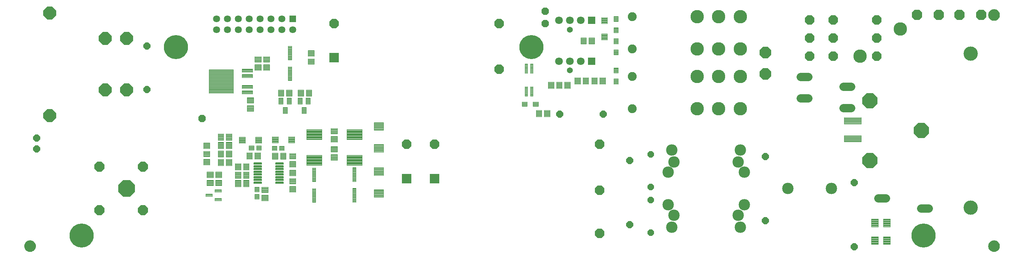
<source format=gts>
G75*
%MOIN*%
%OFA0B0*%
%FSLAX25Y25*%
%IPPOS*%
%LPD*%
%AMOC8*
5,1,8,0,0,1.08239X$1,22.5*
%
%ADD10C,0.00500*%
%ADD11C,0.00448*%
%ADD12C,0.07587*%
%ADD13OC8,0.06500*%
%ADD14OC8,0.10500*%
%ADD15OC8,0.08768*%
%ADD16C,0.12311*%
%ADD17C,0.13098*%
%ADD18OC8,0.13886*%
%ADD19OC8,0.11768*%
%ADD20OC8,0.09100*%
%ADD21OC8,0.15500*%
%ADD22C,0.00444*%
%ADD23C,0.00449*%
%ADD24R,0.07100X0.07100*%
%ADD25C,0.07100*%
%ADD26C,0.05421*%
%ADD27R,0.06406X0.06406*%
%ADD28C,0.06406*%
%ADD29C,0.00486*%
%ADD30OC8,0.06406*%
%ADD31OC8,0.09555*%
%ADD32OC8,0.06996*%
%ADD33C,0.00551*%
%ADD34C,0.00421*%
%ADD35R,0.08768X0.08768*%
%ADD36C,0.00455*%
%ADD37C,0.00443*%
%ADD38C,0.00382*%
%ADD39OC8,0.05900*%
%ADD40C,0.00408*%
%ADD41C,0.08177*%
%ADD42C,0.10500*%
%ADD43C,0.00487*%
%ADD44C,0.00455*%
%ADD45C,0.22154*%
D10*
X0106050Y0066743D02*
X0105550Y0067457D01*
X0105182Y0068247D01*
X0104957Y0069088D01*
X0104881Y0069957D01*
X0104957Y0070825D01*
X0105182Y0071667D01*
X0105550Y0072457D01*
X0106050Y0073171D01*
X0106667Y0073787D01*
X0107381Y0074287D01*
X0108170Y0074655D01*
X0109012Y0074881D01*
X0109881Y0074957D01*
X0110749Y0074881D01*
X0111591Y0074655D01*
X0112381Y0074287D01*
X0113095Y0073787D01*
X0113711Y0073171D01*
X0114211Y0072457D01*
X0114579Y0071667D01*
X0114805Y0070825D01*
X0114881Y0069957D01*
X0114805Y0069088D01*
X0114579Y0068247D01*
X0114211Y0067457D01*
X0113711Y0066743D01*
X0113095Y0066126D01*
X0112381Y0065627D01*
X0111591Y0065258D01*
X0110749Y0065033D01*
X0109881Y0064957D01*
X0109012Y0065033D01*
X0108170Y0065258D01*
X0107381Y0065627D01*
X0106667Y0066126D01*
X0106050Y0066743D01*
X0106173Y0066620D02*
X0113588Y0066620D01*
X0113974Y0067119D02*
X0105787Y0067119D01*
X0105476Y0067617D02*
X0114286Y0067617D01*
X0114518Y0068116D02*
X0105243Y0068116D01*
X0105084Y0068614D02*
X0114678Y0068614D01*
X0114807Y0069113D02*
X0104954Y0069113D01*
X0104911Y0069611D02*
X0114850Y0069611D01*
X0114867Y0070110D02*
X0104894Y0070110D01*
X0104938Y0070608D02*
X0114824Y0070608D01*
X0114729Y0071107D02*
X0105032Y0071107D01*
X0105166Y0071605D02*
X0114595Y0071605D01*
X0114375Y0072104D02*
X0105386Y0072104D01*
X0105653Y0072602D02*
X0114109Y0072602D01*
X0113760Y0073101D02*
X0106002Y0073101D01*
X0106479Y0073600D02*
X0113282Y0073600D01*
X0112650Y0074098D02*
X0107111Y0074098D01*
X0108045Y0074597D02*
X0111716Y0074597D01*
X0113088Y0066122D02*
X0106673Y0066122D01*
X0107387Y0065623D02*
X0112374Y0065623D01*
X0111093Y0065125D02*
X0108668Y0065125D01*
X0990707Y0069957D02*
X0990783Y0070825D01*
X0991009Y0071667D01*
X0991377Y0072457D01*
X0991877Y0073171D01*
X0992493Y0073787D01*
X0993207Y0074287D01*
X0993997Y0074655D01*
X0994839Y0074881D01*
X0995707Y0074957D01*
X0996576Y0074881D01*
X0997417Y0074655D01*
X0998207Y0074287D01*
X0998921Y0073787D01*
X0999538Y0073171D01*
X1000037Y0072457D01*
X1000406Y0071667D01*
X1000631Y0070825D01*
X1000707Y0069957D01*
X1000631Y0069088D01*
X1000406Y0068247D01*
X1000037Y0067457D01*
X0999538Y0066743D01*
X0998921Y0066126D01*
X0998207Y0065627D01*
X0997417Y0065258D01*
X0996576Y0065033D01*
X0995707Y0064957D01*
X0994839Y0065033D01*
X0993997Y0065258D01*
X0993207Y0065627D01*
X0992493Y0066126D01*
X0991877Y0066743D01*
X0991377Y0067457D01*
X0991009Y0068247D01*
X0990783Y0069088D01*
X0990707Y0069957D01*
X0990721Y0070110D02*
X1000694Y0070110D01*
X1000677Y0069611D02*
X0990738Y0069611D01*
X0990781Y0069113D02*
X1000634Y0069113D01*
X1000504Y0068614D02*
X0990910Y0068614D01*
X0991070Y0068116D02*
X1000345Y0068116D01*
X1000112Y0067617D02*
X0991302Y0067617D01*
X0991614Y0067119D02*
X0999801Y0067119D01*
X0999415Y0066620D02*
X0992000Y0066620D01*
X0992500Y0066122D02*
X0998915Y0066122D01*
X0998200Y0065623D02*
X0993214Y0065623D01*
X0994495Y0065125D02*
X0996920Y0065125D01*
X1000650Y0070608D02*
X0990764Y0070608D01*
X0990859Y0071107D02*
X1000556Y0071107D01*
X1000422Y0071605D02*
X0990992Y0071605D01*
X0991213Y0072104D02*
X1000202Y0072104D01*
X0999935Y0072602D02*
X0991479Y0072602D01*
X0991828Y0073101D02*
X0999586Y0073101D01*
X0999109Y0073600D02*
X0992306Y0073600D01*
X0992938Y0074098D02*
X0998477Y0074098D01*
X0997543Y0074597D02*
X0993872Y0074597D01*
X0995707Y0277555D02*
X0994839Y0277631D01*
X0993997Y0277857D01*
X0993207Y0278225D01*
X0992493Y0278725D01*
X0991877Y0279341D01*
X0991377Y0280055D01*
X0991009Y0280845D01*
X0990783Y0281687D01*
X0990707Y0282555D01*
X0990783Y0283423D01*
X0991009Y0284265D01*
X0991377Y0285055D01*
X0991877Y0285769D01*
X0992493Y0286385D01*
X0993207Y0286885D01*
X0993997Y0287254D01*
X0994839Y0287479D01*
X0995707Y0287555D01*
X0996576Y0287479D01*
X0997417Y0287254D01*
X0998207Y0286885D01*
X0998921Y0286385D01*
X0999538Y0285769D01*
X1000037Y0285055D01*
X1000406Y0284265D01*
X1000631Y0283423D01*
X1000707Y0282555D01*
X1000631Y0281687D01*
X1000406Y0280845D01*
X1000037Y0280055D01*
X0999538Y0279341D01*
X0998921Y0278725D01*
X0998207Y0278225D01*
X0997417Y0277857D01*
X0996576Y0277631D01*
X0995707Y0277555D01*
X0993713Y0277989D02*
X0997702Y0277989D01*
X0998582Y0278488D02*
X0992832Y0278488D01*
X0992232Y0278986D02*
X0999183Y0278986D01*
X0999638Y0279485D02*
X0991777Y0279485D01*
X0991428Y0279983D02*
X0999987Y0279983D01*
X1000236Y0280482D02*
X0991178Y0280482D01*
X0990973Y0280980D02*
X1000442Y0280980D01*
X1000576Y0281479D02*
X0990839Y0281479D01*
X0990758Y0281977D02*
X1000657Y0281977D01*
X1000700Y0282476D02*
X0990714Y0282476D01*
X0990744Y0282974D02*
X1000671Y0282974D01*
X1000618Y0283473D02*
X0990797Y0283473D01*
X0990930Y0283971D02*
X1000485Y0283971D01*
X1000310Y0284470D02*
X0991104Y0284470D01*
X0991337Y0284968D02*
X1000078Y0284968D01*
X0999749Y0285467D02*
X0991666Y0285467D01*
X0992073Y0285965D02*
X0999341Y0285965D01*
X0998809Y0286464D02*
X0992606Y0286464D01*
X0993373Y0286962D02*
X0998042Y0286962D01*
X0996644Y0287461D02*
X0994771Y0287461D01*
D11*
X0873720Y0182434D02*
X0857920Y0182434D01*
X0857920Y0188392D01*
X0873720Y0188392D01*
X0873720Y0182434D01*
X0873720Y0182881D02*
X0857920Y0182881D01*
X0857920Y0183328D02*
X0873720Y0183328D01*
X0873720Y0183775D02*
X0857920Y0183775D01*
X0857920Y0184222D02*
X0873720Y0184222D01*
X0873720Y0184669D02*
X0857920Y0184669D01*
X0857920Y0185116D02*
X0873720Y0185116D01*
X0873720Y0185563D02*
X0857920Y0185563D01*
X0857920Y0186010D02*
X0873720Y0186010D01*
X0873720Y0186457D02*
X0857920Y0186457D01*
X0857920Y0186904D02*
X0873720Y0186904D01*
X0873720Y0187351D02*
X0857920Y0187351D01*
X0857920Y0187798D02*
X0873720Y0187798D01*
X0873720Y0188245D02*
X0857920Y0188245D01*
X0857920Y0165899D02*
X0873720Y0165899D01*
X0857920Y0165899D02*
X0857920Y0171857D01*
X0873720Y0171857D01*
X0873720Y0165899D01*
X0873720Y0166346D02*
X0857920Y0166346D01*
X0857920Y0166793D02*
X0873720Y0166793D01*
X0873720Y0167240D02*
X0857920Y0167240D01*
X0857920Y0167687D02*
X0873720Y0167687D01*
X0873720Y0168134D02*
X0857920Y0168134D01*
X0857920Y0168581D02*
X0873720Y0168581D01*
X0873720Y0169028D02*
X0857920Y0169028D01*
X0857920Y0169475D02*
X0873720Y0169475D01*
X0873720Y0169922D02*
X0857920Y0169922D01*
X0857920Y0170369D02*
X0873720Y0170369D01*
X0873720Y0170816D02*
X0857920Y0170816D01*
X0857920Y0171263D02*
X0873720Y0171263D01*
X0873720Y0171710D02*
X0857920Y0171710D01*
D12*
X0857211Y0197118D02*
X0864298Y0197118D01*
X0824928Y0206173D02*
X0817841Y0206173D01*
X0857211Y0216618D02*
X0864298Y0216618D01*
X0824928Y0225673D02*
X0817841Y0225673D01*
X0889091Y0113923D02*
X0896178Y0113923D01*
X0928461Y0104868D02*
X0935548Y0104868D01*
D13*
X0867070Y0128396D03*
X0785570Y0152396D03*
X0660820Y0148646D03*
X0636570Y0191396D03*
X0596570Y0191396D03*
X0785570Y0093396D03*
X0867070Y0069396D03*
X0660820Y0089646D03*
X0217288Y0213927D03*
X0217288Y0253927D03*
D14*
X0785570Y0247988D03*
X0785570Y0228303D03*
D15*
X0826243Y0244860D03*
X0847896Y0244860D03*
X0887820Y0244860D03*
X0887820Y0261396D03*
X0847896Y0261396D03*
X0826243Y0261396D03*
X0826243Y0277931D03*
X0847896Y0277931D03*
X0887820Y0277931D03*
X0540806Y0274882D03*
X0540806Y0232559D03*
X0389231Y0274882D03*
X0455890Y0163632D03*
X0481481Y0163632D03*
X0633056Y0163632D03*
X0633056Y0121309D03*
X0633056Y0081742D03*
D16*
X0722741Y0196264D03*
X0742583Y0196264D03*
X0762426Y0196264D03*
X0762426Y0226028D03*
X0742583Y0226028D03*
X0722741Y0226028D03*
X0722741Y0251264D03*
X0742583Y0251264D03*
X0762426Y0251264D03*
X0762426Y0281028D03*
X0742583Y0281028D03*
X0722741Y0281028D03*
X0872662Y0244860D03*
X0909670Y0269663D03*
D17*
X0974054Y0247122D03*
X0974054Y0105390D03*
D18*
X0881534Y0148697D03*
X0928778Y0176256D03*
X0881534Y0203815D03*
D19*
X0198463Y0213657D03*
X0178778Y0213657D03*
X0127991Y0190035D03*
X0178778Y0260902D03*
X0198463Y0260902D03*
X0127991Y0284524D03*
D20*
X0173424Y0143106D03*
X0213424Y0143106D03*
X0213424Y0103106D03*
X0173424Y0103106D03*
D21*
X0198463Y0123106D03*
D22*
X0320316Y0124435D02*
X0320316Y0120049D01*
X0316324Y0120049D01*
X0316324Y0124435D01*
X0320316Y0124435D01*
X0320316Y0120492D02*
X0316324Y0120492D01*
X0316324Y0120935D02*
X0320316Y0120935D01*
X0320316Y0121378D02*
X0316324Y0121378D01*
X0316324Y0121821D02*
X0320316Y0121821D01*
X0320316Y0122264D02*
X0316324Y0122264D01*
X0316324Y0122707D02*
X0320316Y0122707D01*
X0320316Y0123150D02*
X0316324Y0123150D01*
X0316324Y0123593D02*
X0320316Y0123593D01*
X0320316Y0124036D02*
X0316324Y0124036D01*
X0320316Y0117742D02*
X0320316Y0113356D01*
X0316324Y0113356D01*
X0316324Y0117742D01*
X0320316Y0117742D01*
X0320316Y0113799D02*
X0316324Y0113799D01*
X0316324Y0114242D02*
X0320316Y0114242D01*
X0320316Y0114685D02*
X0316324Y0114685D01*
X0316324Y0115128D02*
X0320316Y0115128D01*
X0320316Y0115571D02*
X0316324Y0115571D01*
X0316324Y0116014D02*
X0320316Y0116014D01*
X0320316Y0116457D02*
X0316324Y0116457D01*
X0316324Y0116900D02*
X0320316Y0116900D01*
X0320316Y0117343D02*
X0316324Y0117343D01*
X0315416Y0162392D02*
X0311030Y0162392D01*
X0315416Y0162392D02*
X0315416Y0158400D01*
X0311030Y0158400D01*
X0311030Y0162392D01*
X0311030Y0158843D02*
X0315416Y0158843D01*
X0315416Y0159286D02*
X0311030Y0159286D01*
X0311030Y0159729D02*
X0315416Y0159729D01*
X0315416Y0160172D02*
X0311030Y0160172D01*
X0311030Y0160615D02*
X0315416Y0160615D01*
X0315416Y0161058D02*
X0311030Y0161058D01*
X0311030Y0161501D02*
X0315416Y0161501D01*
X0315416Y0161944D02*
X0311030Y0161944D01*
X0311030Y0162387D02*
X0315416Y0162387D01*
X0317723Y0162392D02*
X0322109Y0162392D01*
X0322109Y0158400D01*
X0317723Y0158400D01*
X0317723Y0162392D01*
X0317723Y0158843D02*
X0322109Y0158843D01*
X0322109Y0159286D02*
X0317723Y0159286D01*
X0317723Y0159729D02*
X0322109Y0159729D01*
X0322109Y0160172D02*
X0317723Y0160172D01*
X0317723Y0160615D02*
X0322109Y0160615D01*
X0322109Y0161058D02*
X0317723Y0161058D01*
X0317723Y0161501D02*
X0322109Y0161501D01*
X0322109Y0161944D02*
X0317723Y0161944D01*
X0317723Y0162387D02*
X0322109Y0162387D01*
X0332280Y0158150D02*
X0336666Y0158150D01*
X0332280Y0158150D02*
X0332280Y0162142D01*
X0336666Y0162142D01*
X0336666Y0158150D01*
X0336666Y0158593D02*
X0332280Y0158593D01*
X0332280Y0159036D02*
X0336666Y0159036D01*
X0336666Y0159479D02*
X0332280Y0159479D01*
X0332280Y0159922D02*
X0336666Y0159922D01*
X0336666Y0160365D02*
X0332280Y0160365D01*
X0332280Y0160808D02*
X0336666Y0160808D01*
X0336666Y0161251D02*
X0332280Y0161251D01*
X0332280Y0161694D02*
X0336666Y0161694D01*
X0336666Y0162137D02*
X0332280Y0162137D01*
X0338973Y0158150D02*
X0343359Y0158150D01*
X0338973Y0158150D02*
X0338973Y0162142D01*
X0343359Y0162142D01*
X0343359Y0158150D01*
X0343359Y0158593D02*
X0338973Y0158593D01*
X0338973Y0159036D02*
X0343359Y0159036D01*
X0343359Y0159479D02*
X0338973Y0159479D01*
X0338973Y0159922D02*
X0343359Y0159922D01*
X0343359Y0160365D02*
X0338973Y0160365D01*
X0338973Y0160808D02*
X0343359Y0160808D01*
X0343359Y0161251D02*
X0338973Y0161251D01*
X0338973Y0161694D02*
X0343359Y0161694D01*
X0343359Y0162137D02*
X0338973Y0162137D01*
X0342074Y0197599D02*
X0346066Y0197599D01*
X0346066Y0192031D01*
X0342074Y0192031D01*
X0342074Y0197599D01*
X0342074Y0192474D02*
X0346066Y0192474D01*
X0346066Y0192917D02*
X0342074Y0192917D01*
X0342074Y0193360D02*
X0346066Y0193360D01*
X0346066Y0193803D02*
X0342074Y0193803D01*
X0342074Y0194246D02*
X0346066Y0194246D01*
X0346066Y0194689D02*
X0342074Y0194689D01*
X0342074Y0195132D02*
X0346066Y0195132D01*
X0346066Y0195575D02*
X0342074Y0195575D01*
X0342074Y0196018D02*
X0346066Y0196018D01*
X0346066Y0196461D02*
X0342074Y0196461D01*
X0342074Y0196904D02*
X0346066Y0196904D01*
X0346066Y0197347D02*
X0342074Y0197347D01*
X0342325Y0206260D02*
X0338333Y0206260D01*
X0342325Y0206260D02*
X0342325Y0200692D01*
X0338333Y0200692D01*
X0338333Y0206260D01*
X0338333Y0201135D02*
X0342325Y0201135D01*
X0342325Y0201578D02*
X0338333Y0201578D01*
X0338333Y0202021D02*
X0342325Y0202021D01*
X0342325Y0202464D02*
X0338333Y0202464D01*
X0338333Y0202907D02*
X0342325Y0202907D01*
X0342325Y0203350D02*
X0338333Y0203350D01*
X0338333Y0203793D02*
X0342325Y0203793D01*
X0342325Y0204236D02*
X0338333Y0204236D01*
X0338333Y0204679D02*
X0342325Y0204679D01*
X0342325Y0205122D02*
X0338333Y0205122D01*
X0338333Y0205565D02*
X0342325Y0205565D01*
X0342325Y0206008D02*
X0338333Y0206008D01*
X0345814Y0206260D02*
X0349806Y0206260D01*
X0349806Y0200692D01*
X0345814Y0200692D01*
X0345814Y0206260D01*
X0345814Y0201135D02*
X0349806Y0201135D01*
X0349806Y0201578D02*
X0345814Y0201578D01*
X0345814Y0202021D02*
X0349806Y0202021D01*
X0349806Y0202464D02*
X0345814Y0202464D01*
X0345814Y0202907D02*
X0349806Y0202907D01*
X0349806Y0203350D02*
X0345814Y0203350D01*
X0345814Y0203793D02*
X0349806Y0203793D01*
X0349806Y0204236D02*
X0345814Y0204236D01*
X0345814Y0204679D02*
X0349806Y0204679D01*
X0349806Y0205122D02*
X0345814Y0205122D01*
X0345814Y0205565D02*
X0349806Y0205565D01*
X0349806Y0206008D02*
X0345814Y0206008D01*
X0355833Y0206260D02*
X0359825Y0206260D01*
X0359825Y0200692D01*
X0355833Y0200692D01*
X0355833Y0206260D01*
X0355833Y0201135D02*
X0359825Y0201135D01*
X0359825Y0201578D02*
X0355833Y0201578D01*
X0355833Y0202021D02*
X0359825Y0202021D01*
X0359825Y0202464D02*
X0355833Y0202464D01*
X0355833Y0202907D02*
X0359825Y0202907D01*
X0359825Y0203350D02*
X0355833Y0203350D01*
X0355833Y0203793D02*
X0359825Y0203793D01*
X0359825Y0204236D02*
X0355833Y0204236D01*
X0355833Y0204679D02*
X0359825Y0204679D01*
X0359825Y0205122D02*
X0355833Y0205122D01*
X0355833Y0205565D02*
X0359825Y0205565D01*
X0359825Y0206008D02*
X0355833Y0206008D01*
X0363314Y0206260D02*
X0367306Y0206260D01*
X0367306Y0200692D01*
X0363314Y0200692D01*
X0363314Y0206260D01*
X0363314Y0201135D02*
X0367306Y0201135D01*
X0367306Y0201578D02*
X0363314Y0201578D01*
X0363314Y0202021D02*
X0367306Y0202021D01*
X0367306Y0202464D02*
X0363314Y0202464D01*
X0363314Y0202907D02*
X0367306Y0202907D01*
X0367306Y0203350D02*
X0363314Y0203350D01*
X0363314Y0203793D02*
X0367306Y0203793D01*
X0367306Y0204236D02*
X0363314Y0204236D01*
X0363314Y0204679D02*
X0367306Y0204679D01*
X0367306Y0205122D02*
X0363314Y0205122D01*
X0363314Y0205565D02*
X0367306Y0205565D01*
X0367306Y0206008D02*
X0363314Y0206008D01*
X0363566Y0197599D02*
X0359574Y0197599D01*
X0363566Y0197599D02*
X0363566Y0192031D01*
X0359574Y0192031D01*
X0359574Y0197599D01*
X0359574Y0192474D02*
X0363566Y0192474D01*
X0363566Y0192917D02*
X0359574Y0192917D01*
X0359574Y0193360D02*
X0363566Y0193360D01*
X0363566Y0193803D02*
X0359574Y0193803D01*
X0359574Y0194246D02*
X0363566Y0194246D01*
X0363566Y0194689D02*
X0359574Y0194689D01*
X0359574Y0195132D02*
X0363566Y0195132D01*
X0363566Y0195575D02*
X0359574Y0195575D01*
X0359574Y0196018D02*
X0363566Y0196018D01*
X0363566Y0196461D02*
X0359574Y0196461D01*
X0359574Y0196904D02*
X0363566Y0196904D01*
X0363566Y0197347D02*
X0359574Y0197347D01*
X0561811Y0198650D02*
X0566591Y0198650D01*
X0561811Y0198650D02*
X0561811Y0202642D01*
X0566591Y0202642D01*
X0566591Y0198650D01*
X0566591Y0199093D02*
X0561811Y0199093D01*
X0561811Y0199536D02*
X0566591Y0199536D01*
X0566591Y0199979D02*
X0561811Y0199979D01*
X0561811Y0200422D02*
X0566591Y0200422D01*
X0566591Y0200865D02*
X0561811Y0200865D01*
X0561811Y0201308D02*
X0566591Y0201308D01*
X0566591Y0201751D02*
X0561811Y0201751D01*
X0561811Y0202194D02*
X0566591Y0202194D01*
X0566591Y0202637D02*
X0561811Y0202637D01*
X0572048Y0198650D02*
X0576828Y0198650D01*
X0572048Y0198650D02*
X0572048Y0202642D01*
X0576828Y0202642D01*
X0576828Y0198650D01*
X0576828Y0199093D02*
X0572048Y0199093D01*
X0572048Y0199536D02*
X0576828Y0199536D01*
X0576828Y0199979D02*
X0572048Y0199979D01*
X0572048Y0200422D02*
X0576828Y0200422D01*
X0576828Y0200865D02*
X0572048Y0200865D01*
X0572048Y0201308D02*
X0576828Y0201308D01*
X0576828Y0201751D02*
X0572048Y0201751D01*
X0572048Y0202194D02*
X0576828Y0202194D01*
X0576828Y0202637D02*
X0572048Y0202637D01*
X0646074Y0219138D02*
X0646074Y0223918D01*
X0650066Y0223918D01*
X0650066Y0219138D01*
X0646074Y0219138D01*
X0646074Y0219581D02*
X0650066Y0219581D01*
X0650066Y0220024D02*
X0646074Y0220024D01*
X0646074Y0220467D02*
X0650066Y0220467D01*
X0650066Y0220910D02*
X0646074Y0220910D01*
X0646074Y0221353D02*
X0650066Y0221353D01*
X0650066Y0221796D02*
X0646074Y0221796D01*
X0646074Y0222239D02*
X0650066Y0222239D01*
X0650066Y0222682D02*
X0646074Y0222682D01*
X0646074Y0223125D02*
X0650066Y0223125D01*
X0650066Y0223568D02*
X0646074Y0223568D01*
X0646074Y0229374D02*
X0646074Y0234154D01*
X0650066Y0234154D01*
X0650066Y0229374D01*
X0646074Y0229374D01*
X0646074Y0229817D02*
X0650066Y0229817D01*
X0650066Y0230260D02*
X0646074Y0230260D01*
X0646074Y0230703D02*
X0650066Y0230703D01*
X0650066Y0231146D02*
X0646074Y0231146D01*
X0646074Y0231589D02*
X0650066Y0231589D01*
X0650066Y0232032D02*
X0646074Y0232032D01*
X0646074Y0232475D02*
X0650066Y0232475D01*
X0650066Y0232918D02*
X0646074Y0232918D01*
X0646074Y0233361D02*
X0650066Y0233361D01*
X0650066Y0233804D02*
X0646074Y0233804D01*
X0650066Y0245888D02*
X0650066Y0250668D01*
X0650066Y0245888D02*
X0646074Y0245888D01*
X0646074Y0250668D01*
X0650066Y0250668D01*
X0650066Y0246331D02*
X0646074Y0246331D01*
X0646074Y0246774D02*
X0650066Y0246774D01*
X0650066Y0247217D02*
X0646074Y0247217D01*
X0646074Y0247660D02*
X0650066Y0247660D01*
X0650066Y0248103D02*
X0646074Y0248103D01*
X0646074Y0248546D02*
X0650066Y0248546D01*
X0650066Y0248989D02*
X0646074Y0248989D01*
X0646074Y0249432D02*
X0650066Y0249432D01*
X0650066Y0249875D02*
X0646074Y0249875D01*
X0646074Y0250318D02*
X0650066Y0250318D01*
X0650066Y0256124D02*
X0650066Y0260904D01*
X0650066Y0256124D02*
X0646074Y0256124D01*
X0646074Y0260904D01*
X0650066Y0260904D01*
X0650066Y0256567D02*
X0646074Y0256567D01*
X0646074Y0257010D02*
X0650066Y0257010D01*
X0650066Y0257453D02*
X0646074Y0257453D01*
X0646074Y0257896D02*
X0650066Y0257896D01*
X0650066Y0258339D02*
X0646074Y0258339D01*
X0646074Y0258782D02*
X0650066Y0258782D01*
X0650066Y0259225D02*
X0646074Y0259225D01*
X0646074Y0259668D02*
X0650066Y0259668D01*
X0650066Y0260111D02*
X0646074Y0260111D01*
X0646074Y0260554D02*
X0650066Y0260554D01*
X0650066Y0266388D02*
X0650066Y0271168D01*
X0650066Y0266388D02*
X0646074Y0266388D01*
X0646074Y0271168D01*
X0650066Y0271168D01*
X0650066Y0266831D02*
X0646074Y0266831D01*
X0646074Y0267274D02*
X0650066Y0267274D01*
X0650066Y0267717D02*
X0646074Y0267717D01*
X0646074Y0268160D02*
X0650066Y0268160D01*
X0650066Y0268603D02*
X0646074Y0268603D01*
X0646074Y0269046D02*
X0650066Y0269046D01*
X0650066Y0269489D02*
X0646074Y0269489D01*
X0646074Y0269932D02*
X0650066Y0269932D01*
X0650066Y0270375D02*
X0646074Y0270375D01*
X0646074Y0270818D02*
X0650066Y0270818D01*
X0650066Y0276624D02*
X0650066Y0281404D01*
X0650066Y0276624D02*
X0646074Y0276624D01*
X0646074Y0281404D01*
X0650066Y0281404D01*
X0650066Y0277067D02*
X0646074Y0277067D01*
X0646074Y0277510D02*
X0650066Y0277510D01*
X0650066Y0277953D02*
X0646074Y0277953D01*
X0646074Y0278396D02*
X0650066Y0278396D01*
X0650066Y0278839D02*
X0646074Y0278839D01*
X0646074Y0279282D02*
X0650066Y0279282D01*
X0650066Y0279725D02*
X0646074Y0279725D01*
X0646074Y0280168D02*
X0650066Y0280168D01*
X0650066Y0280611D02*
X0646074Y0280611D01*
X0646074Y0281054D02*
X0650066Y0281054D01*
D23*
X0628395Y0255917D02*
X0623225Y0255917D01*
X0623225Y0261875D01*
X0628395Y0261875D01*
X0628395Y0255917D01*
X0628395Y0256365D02*
X0623225Y0256365D01*
X0623225Y0256813D02*
X0628395Y0256813D01*
X0628395Y0257261D02*
X0623225Y0257261D01*
X0623225Y0257709D02*
X0628395Y0257709D01*
X0628395Y0258157D02*
X0623225Y0258157D01*
X0623225Y0258605D02*
X0628395Y0258605D01*
X0628395Y0259053D02*
X0623225Y0259053D01*
X0623225Y0259501D02*
X0628395Y0259501D01*
X0628395Y0259949D02*
X0623225Y0259949D01*
X0623225Y0260397D02*
X0628395Y0260397D01*
X0628395Y0260845D02*
X0623225Y0260845D01*
X0623225Y0261293D02*
X0628395Y0261293D01*
X0628395Y0261741D02*
X0623225Y0261741D01*
X0620914Y0255917D02*
X0615744Y0255917D01*
X0615744Y0261875D01*
X0620914Y0261875D01*
X0620914Y0255917D01*
X0620914Y0256365D02*
X0615744Y0256365D01*
X0615744Y0256813D02*
X0620914Y0256813D01*
X0620914Y0257261D02*
X0615744Y0257261D01*
X0615744Y0257709D02*
X0620914Y0257709D01*
X0620914Y0258157D02*
X0615744Y0258157D01*
X0615744Y0258605D02*
X0620914Y0258605D01*
X0620914Y0259053D02*
X0615744Y0259053D01*
X0615744Y0259501D02*
X0620914Y0259501D01*
X0620914Y0259949D02*
X0615744Y0259949D01*
X0615744Y0260397D02*
X0620914Y0260397D01*
X0620914Y0260845D02*
X0615744Y0260845D01*
X0615744Y0261293D02*
X0620914Y0261293D01*
X0620914Y0261741D02*
X0615744Y0261741D01*
X0615414Y0219167D02*
X0610244Y0219167D01*
X0610244Y0225125D01*
X0615414Y0225125D01*
X0615414Y0219167D01*
X0615414Y0219615D02*
X0610244Y0219615D01*
X0610244Y0220063D02*
X0615414Y0220063D01*
X0615414Y0220511D02*
X0610244Y0220511D01*
X0610244Y0220959D02*
X0615414Y0220959D01*
X0615414Y0221407D02*
X0610244Y0221407D01*
X0610244Y0221855D02*
X0615414Y0221855D01*
X0615414Y0222303D02*
X0610244Y0222303D01*
X0610244Y0222751D02*
X0615414Y0222751D01*
X0615414Y0223199D02*
X0610244Y0223199D01*
X0610244Y0223647D02*
X0615414Y0223647D01*
X0615414Y0224095D02*
X0610244Y0224095D01*
X0610244Y0224543D02*
X0615414Y0224543D01*
X0615414Y0224991D02*
X0610244Y0224991D01*
X0617725Y0219167D02*
X0622895Y0219167D01*
X0617725Y0219167D02*
X0617725Y0225125D01*
X0622895Y0225125D01*
X0622895Y0219167D01*
X0622895Y0219615D02*
X0617725Y0219615D01*
X0617725Y0220063D02*
X0622895Y0220063D01*
X0622895Y0220511D02*
X0617725Y0220511D01*
X0617725Y0220959D02*
X0622895Y0220959D01*
X0622895Y0221407D02*
X0617725Y0221407D01*
X0617725Y0221855D02*
X0622895Y0221855D01*
X0622895Y0222303D02*
X0617725Y0222303D01*
X0617725Y0222751D02*
X0622895Y0222751D01*
X0622895Y0223199D02*
X0617725Y0223199D01*
X0617725Y0223647D02*
X0622895Y0223647D01*
X0622895Y0224095D02*
X0617725Y0224095D01*
X0617725Y0224543D02*
X0622895Y0224543D01*
X0622895Y0224991D02*
X0617725Y0224991D01*
X0625744Y0225125D02*
X0630914Y0225125D01*
X0630914Y0219167D01*
X0625744Y0219167D01*
X0625744Y0225125D01*
X0625744Y0219615D02*
X0630914Y0219615D01*
X0630914Y0220063D02*
X0625744Y0220063D01*
X0625744Y0220511D02*
X0630914Y0220511D01*
X0630914Y0220959D02*
X0625744Y0220959D01*
X0625744Y0221407D02*
X0630914Y0221407D01*
X0630914Y0221855D02*
X0625744Y0221855D01*
X0625744Y0222303D02*
X0630914Y0222303D01*
X0630914Y0222751D02*
X0625744Y0222751D01*
X0625744Y0223199D02*
X0630914Y0223199D01*
X0630914Y0223647D02*
X0625744Y0223647D01*
X0625744Y0224095D02*
X0630914Y0224095D01*
X0630914Y0224543D02*
X0625744Y0224543D01*
X0625744Y0224991D02*
X0630914Y0224991D01*
X0633225Y0225125D02*
X0638395Y0225125D01*
X0638395Y0219167D01*
X0633225Y0219167D01*
X0633225Y0225125D01*
X0633225Y0219615D02*
X0638395Y0219615D01*
X0638395Y0220063D02*
X0633225Y0220063D01*
X0633225Y0220511D02*
X0638395Y0220511D01*
X0638395Y0220959D02*
X0633225Y0220959D01*
X0633225Y0221407D02*
X0638395Y0221407D01*
X0638395Y0221855D02*
X0633225Y0221855D01*
X0633225Y0222303D02*
X0638395Y0222303D01*
X0638395Y0222751D02*
X0633225Y0222751D01*
X0633225Y0223199D02*
X0638395Y0223199D01*
X0638395Y0223647D02*
X0633225Y0223647D01*
X0633225Y0224095D02*
X0638395Y0224095D01*
X0638395Y0224543D02*
X0633225Y0224543D01*
X0633225Y0224991D02*
X0638395Y0224991D01*
X0606135Y0221125D02*
X0600965Y0221125D01*
X0606135Y0221125D02*
X0606135Y0215167D01*
X0600965Y0215167D01*
X0600965Y0221125D01*
X0600965Y0215615D02*
X0606135Y0215615D01*
X0606135Y0216063D02*
X0600965Y0216063D01*
X0600965Y0216511D02*
X0606135Y0216511D01*
X0606135Y0216959D02*
X0600965Y0216959D01*
X0600965Y0217407D02*
X0606135Y0217407D01*
X0606135Y0217855D02*
X0600965Y0217855D01*
X0600965Y0218303D02*
X0606135Y0218303D01*
X0606135Y0218751D02*
X0600965Y0218751D01*
X0600965Y0219199D02*
X0606135Y0219199D01*
X0606135Y0219647D02*
X0600965Y0219647D01*
X0600965Y0220095D02*
X0606135Y0220095D01*
X0606135Y0220543D02*
X0600965Y0220543D01*
X0600965Y0220991D02*
X0606135Y0220991D01*
X0598655Y0221125D02*
X0593485Y0221125D01*
X0598655Y0221125D02*
X0598655Y0215167D01*
X0593485Y0215167D01*
X0593485Y0221125D01*
X0593485Y0215615D02*
X0598655Y0215615D01*
X0598655Y0216063D02*
X0593485Y0216063D01*
X0593485Y0216511D02*
X0598655Y0216511D01*
X0598655Y0216959D02*
X0593485Y0216959D01*
X0593485Y0217407D02*
X0598655Y0217407D01*
X0598655Y0217855D02*
X0593485Y0217855D01*
X0593485Y0218303D02*
X0598655Y0218303D01*
X0598655Y0218751D02*
X0593485Y0218751D01*
X0593485Y0219199D02*
X0598655Y0219199D01*
X0598655Y0219647D02*
X0593485Y0219647D01*
X0593485Y0220095D02*
X0598655Y0220095D01*
X0598655Y0220543D02*
X0593485Y0220543D01*
X0593485Y0220991D02*
X0598655Y0220991D01*
X0591174Y0221125D02*
X0586004Y0221125D01*
X0591174Y0221125D02*
X0591174Y0215167D01*
X0586004Y0215167D01*
X0586004Y0221125D01*
X0586004Y0215615D02*
X0591174Y0215615D01*
X0591174Y0216063D02*
X0586004Y0216063D01*
X0586004Y0216511D02*
X0591174Y0216511D01*
X0591174Y0216959D02*
X0586004Y0216959D01*
X0586004Y0217407D02*
X0591174Y0217407D01*
X0591174Y0217855D02*
X0586004Y0217855D01*
X0586004Y0218303D02*
X0591174Y0218303D01*
X0591174Y0218751D02*
X0586004Y0218751D01*
X0586004Y0219199D02*
X0591174Y0219199D01*
X0591174Y0219647D02*
X0586004Y0219647D01*
X0586004Y0220095D02*
X0591174Y0220095D01*
X0591174Y0220543D02*
X0586004Y0220543D01*
X0586004Y0220991D02*
X0591174Y0220991D01*
X0587395Y0195125D02*
X0582225Y0195125D01*
X0587395Y0195125D02*
X0587395Y0189167D01*
X0582225Y0189167D01*
X0582225Y0195125D01*
X0582225Y0189615D02*
X0587395Y0189615D01*
X0587395Y0190063D02*
X0582225Y0190063D01*
X0582225Y0190511D02*
X0587395Y0190511D01*
X0587395Y0190959D02*
X0582225Y0190959D01*
X0582225Y0191407D02*
X0587395Y0191407D01*
X0587395Y0191855D02*
X0582225Y0191855D01*
X0582225Y0192303D02*
X0587395Y0192303D01*
X0587395Y0192751D02*
X0582225Y0192751D01*
X0582225Y0193199D02*
X0587395Y0193199D01*
X0587395Y0193647D02*
X0582225Y0193647D01*
X0582225Y0194095D02*
X0587395Y0194095D01*
X0587395Y0194543D02*
X0582225Y0194543D01*
X0582225Y0194991D02*
X0587395Y0194991D01*
X0579914Y0195125D02*
X0574744Y0195125D01*
X0579914Y0195125D02*
X0579914Y0189167D01*
X0574744Y0189167D01*
X0574744Y0195125D01*
X0574744Y0189615D02*
X0579914Y0189615D01*
X0579914Y0190063D02*
X0574744Y0190063D01*
X0574744Y0190511D02*
X0579914Y0190511D01*
X0579914Y0190959D02*
X0574744Y0190959D01*
X0574744Y0191407D02*
X0579914Y0191407D01*
X0579914Y0191855D02*
X0574744Y0191855D01*
X0574744Y0192303D02*
X0579914Y0192303D01*
X0579914Y0192751D02*
X0574744Y0192751D01*
X0574744Y0193199D02*
X0579914Y0193199D01*
X0579914Y0193647D02*
X0574744Y0193647D01*
X0574744Y0194095D02*
X0579914Y0194095D01*
X0579914Y0194543D02*
X0574744Y0194543D01*
X0574744Y0194991D02*
X0579914Y0194991D01*
X0386341Y0178471D02*
X0386341Y0173301D01*
X0386341Y0178471D02*
X0392299Y0178471D01*
X0392299Y0173301D01*
X0386341Y0173301D01*
X0386341Y0173749D02*
X0392299Y0173749D01*
X0392299Y0174197D02*
X0386341Y0174197D01*
X0386341Y0174645D02*
X0392299Y0174645D01*
X0392299Y0175093D02*
X0386341Y0175093D01*
X0386341Y0175541D02*
X0392299Y0175541D01*
X0392299Y0175989D02*
X0386341Y0175989D01*
X0386341Y0176437D02*
X0392299Y0176437D01*
X0392299Y0176885D02*
X0386341Y0176885D01*
X0386341Y0177333D02*
X0392299Y0177333D01*
X0392299Y0177781D02*
X0386341Y0177781D01*
X0386341Y0178229D02*
X0392299Y0178229D01*
X0386341Y0170991D02*
X0386341Y0165821D01*
X0386341Y0170991D02*
X0392299Y0170991D01*
X0392299Y0165821D01*
X0386341Y0165821D01*
X0386341Y0166269D02*
X0392299Y0166269D01*
X0392299Y0166717D02*
X0386341Y0166717D01*
X0386341Y0167165D02*
X0392299Y0167165D01*
X0392299Y0167613D02*
X0386341Y0167613D01*
X0386341Y0168061D02*
X0392299Y0168061D01*
X0392299Y0168509D02*
X0386341Y0168509D01*
X0386341Y0168957D02*
X0392299Y0168957D01*
X0392299Y0169405D02*
X0386341Y0169405D01*
X0386341Y0169853D02*
X0392299Y0169853D01*
X0392299Y0170301D02*
X0386341Y0170301D01*
X0386341Y0170749D02*
X0392299Y0170749D01*
X0386341Y0161721D02*
X0386341Y0156551D01*
X0386341Y0161721D02*
X0392299Y0161721D01*
X0392299Y0156551D01*
X0386341Y0156551D01*
X0386341Y0156999D02*
X0392299Y0156999D01*
X0392299Y0157447D02*
X0386341Y0157447D01*
X0386341Y0157895D02*
X0392299Y0157895D01*
X0392299Y0158343D02*
X0386341Y0158343D01*
X0386341Y0158791D02*
X0392299Y0158791D01*
X0392299Y0159239D02*
X0386341Y0159239D01*
X0386341Y0159687D02*
X0392299Y0159687D01*
X0392299Y0160135D02*
X0386341Y0160135D01*
X0386341Y0160583D02*
X0392299Y0160583D01*
X0392299Y0161031D02*
X0386341Y0161031D01*
X0386341Y0161479D02*
X0392299Y0161479D01*
X0386341Y0154241D02*
X0386341Y0149071D01*
X0386341Y0154241D02*
X0392299Y0154241D01*
X0392299Y0149071D01*
X0386341Y0149071D01*
X0386341Y0149519D02*
X0392299Y0149519D01*
X0392299Y0149967D02*
X0386341Y0149967D01*
X0386341Y0150415D02*
X0392299Y0150415D01*
X0392299Y0150863D02*
X0386341Y0150863D01*
X0386341Y0151311D02*
X0392299Y0151311D01*
X0392299Y0151759D02*
X0386341Y0151759D01*
X0386341Y0152207D02*
X0392299Y0152207D01*
X0392299Y0152655D02*
X0386341Y0152655D01*
X0386341Y0153103D02*
X0392299Y0153103D01*
X0392299Y0153551D02*
X0386341Y0153551D01*
X0386341Y0153999D02*
X0392299Y0153999D01*
X0348091Y0155471D02*
X0348091Y0150301D01*
X0348091Y0155471D02*
X0354049Y0155471D01*
X0354049Y0150301D01*
X0348091Y0150301D01*
X0348091Y0150749D02*
X0354049Y0150749D01*
X0354049Y0151197D02*
X0348091Y0151197D01*
X0348091Y0151645D02*
X0354049Y0151645D01*
X0354049Y0152093D02*
X0348091Y0152093D01*
X0348091Y0152541D02*
X0354049Y0152541D01*
X0354049Y0152989D02*
X0348091Y0152989D01*
X0348091Y0153437D02*
X0354049Y0153437D01*
X0354049Y0153885D02*
X0348091Y0153885D01*
X0348091Y0154333D02*
X0354049Y0154333D01*
X0354049Y0154781D02*
X0348091Y0154781D01*
X0348091Y0155229D02*
X0354049Y0155229D01*
X0344895Y0149917D02*
X0339725Y0149917D01*
X0339725Y0155875D01*
X0344895Y0155875D01*
X0344895Y0149917D01*
X0344895Y0150365D02*
X0339725Y0150365D01*
X0339725Y0150813D02*
X0344895Y0150813D01*
X0344895Y0151261D02*
X0339725Y0151261D01*
X0339725Y0151709D02*
X0344895Y0151709D01*
X0344895Y0152157D02*
X0339725Y0152157D01*
X0339725Y0152605D02*
X0344895Y0152605D01*
X0344895Y0153053D02*
X0339725Y0153053D01*
X0339725Y0153501D02*
X0344895Y0153501D01*
X0344895Y0153949D02*
X0339725Y0153949D01*
X0339725Y0154397D02*
X0344895Y0154397D01*
X0344895Y0154845D02*
X0339725Y0154845D01*
X0339725Y0155293D02*
X0344895Y0155293D01*
X0344895Y0155741D02*
X0339725Y0155741D01*
X0337414Y0149917D02*
X0332244Y0149917D01*
X0332244Y0155875D01*
X0337414Y0155875D01*
X0337414Y0149917D01*
X0337414Y0150365D02*
X0332244Y0150365D01*
X0332244Y0150813D02*
X0337414Y0150813D01*
X0337414Y0151261D02*
X0332244Y0151261D01*
X0332244Y0151709D02*
X0337414Y0151709D01*
X0337414Y0152157D02*
X0332244Y0152157D01*
X0332244Y0152605D02*
X0337414Y0152605D01*
X0337414Y0153053D02*
X0332244Y0153053D01*
X0332244Y0153501D02*
X0337414Y0153501D01*
X0337414Y0153949D02*
X0332244Y0153949D01*
X0332244Y0154397D02*
X0337414Y0154397D01*
X0337414Y0154845D02*
X0332244Y0154845D01*
X0332244Y0155293D02*
X0337414Y0155293D01*
X0337414Y0155741D02*
X0332244Y0155741D01*
X0321395Y0156125D02*
X0316225Y0156125D01*
X0321395Y0156125D02*
X0321395Y0150167D01*
X0316225Y0150167D01*
X0316225Y0156125D01*
X0316225Y0150615D02*
X0321395Y0150615D01*
X0321395Y0151063D02*
X0316225Y0151063D01*
X0316225Y0151511D02*
X0321395Y0151511D01*
X0321395Y0151959D02*
X0316225Y0151959D01*
X0316225Y0152407D02*
X0321395Y0152407D01*
X0321395Y0152855D02*
X0316225Y0152855D01*
X0316225Y0153303D02*
X0321395Y0153303D01*
X0321395Y0153751D02*
X0316225Y0153751D01*
X0316225Y0154199D02*
X0321395Y0154199D01*
X0321395Y0154647D02*
X0316225Y0154647D01*
X0316225Y0155095D02*
X0321395Y0155095D01*
X0321395Y0155543D02*
X0316225Y0155543D01*
X0316225Y0155991D02*
X0321395Y0155991D01*
X0313914Y0156125D02*
X0308744Y0156125D01*
X0313914Y0156125D02*
X0313914Y0150167D01*
X0308744Y0150167D01*
X0308744Y0156125D01*
X0308744Y0150615D02*
X0313914Y0150615D01*
X0313914Y0151063D02*
X0308744Y0151063D01*
X0308744Y0151511D02*
X0313914Y0151511D01*
X0313914Y0151959D02*
X0308744Y0151959D01*
X0308744Y0152407D02*
X0313914Y0152407D01*
X0313914Y0152855D02*
X0308744Y0152855D01*
X0308744Y0153303D02*
X0313914Y0153303D01*
X0313914Y0153751D02*
X0308744Y0153751D01*
X0308744Y0154199D02*
X0313914Y0154199D01*
X0313914Y0154647D02*
X0308744Y0154647D01*
X0308744Y0155095D02*
X0313914Y0155095D01*
X0313914Y0155543D02*
X0308744Y0155543D01*
X0308744Y0155991D02*
X0313914Y0155991D01*
X0295145Y0151917D02*
X0289975Y0151917D01*
X0289975Y0157875D01*
X0295145Y0157875D01*
X0295145Y0151917D01*
X0295145Y0152365D02*
X0289975Y0152365D01*
X0289975Y0152813D02*
X0295145Y0152813D01*
X0295145Y0153261D02*
X0289975Y0153261D01*
X0289975Y0153709D02*
X0295145Y0153709D01*
X0295145Y0154157D02*
X0289975Y0154157D01*
X0289975Y0154605D02*
X0295145Y0154605D01*
X0295145Y0155053D02*
X0289975Y0155053D01*
X0289975Y0155501D02*
X0295145Y0155501D01*
X0295145Y0155949D02*
X0289975Y0155949D01*
X0289975Y0156397D02*
X0295145Y0156397D01*
X0295145Y0156845D02*
X0289975Y0156845D01*
X0289975Y0157293D02*
X0295145Y0157293D01*
X0295145Y0157741D02*
X0289975Y0157741D01*
X0287664Y0151917D02*
X0282494Y0151917D01*
X0282494Y0157875D01*
X0287664Y0157875D01*
X0287664Y0151917D01*
X0287664Y0152365D02*
X0282494Y0152365D01*
X0282494Y0152813D02*
X0287664Y0152813D01*
X0287664Y0153261D02*
X0282494Y0153261D01*
X0282494Y0153709D02*
X0287664Y0153709D01*
X0287664Y0154157D02*
X0282494Y0154157D01*
X0282494Y0154605D02*
X0287664Y0154605D01*
X0287664Y0155053D02*
X0282494Y0155053D01*
X0282494Y0155501D02*
X0287664Y0155501D01*
X0287664Y0155949D02*
X0282494Y0155949D01*
X0282494Y0156397D02*
X0287664Y0156397D01*
X0287664Y0156845D02*
X0282494Y0156845D01*
X0282494Y0157293D02*
X0287664Y0157293D01*
X0287664Y0157741D02*
X0282494Y0157741D01*
X0275049Y0157481D02*
X0275049Y0152311D01*
X0269091Y0152311D01*
X0269091Y0157481D01*
X0275049Y0157481D01*
X0275049Y0152759D02*
X0269091Y0152759D01*
X0269091Y0153207D02*
X0275049Y0153207D01*
X0275049Y0153655D02*
X0269091Y0153655D01*
X0269091Y0154103D02*
X0275049Y0154103D01*
X0275049Y0154551D02*
X0269091Y0154551D01*
X0269091Y0154999D02*
X0275049Y0154999D01*
X0275049Y0155447D02*
X0269091Y0155447D01*
X0269091Y0155895D02*
X0275049Y0155895D01*
X0275049Y0156343D02*
X0269091Y0156343D01*
X0269091Y0156791D02*
X0275049Y0156791D01*
X0275049Y0157239D02*
X0269091Y0157239D01*
X0275049Y0159791D02*
X0275049Y0164961D01*
X0275049Y0159791D02*
X0269091Y0159791D01*
X0269091Y0164961D01*
X0275049Y0164961D01*
X0275049Y0160239D02*
X0269091Y0160239D01*
X0269091Y0160687D02*
X0275049Y0160687D01*
X0275049Y0161135D02*
X0269091Y0161135D01*
X0269091Y0161583D02*
X0275049Y0161583D01*
X0275049Y0162031D02*
X0269091Y0162031D01*
X0269091Y0162479D02*
X0275049Y0162479D01*
X0275049Y0162927D02*
X0269091Y0162927D01*
X0269091Y0163375D02*
X0275049Y0163375D01*
X0275049Y0163823D02*
X0269091Y0163823D01*
X0269091Y0164271D02*
X0275049Y0164271D01*
X0275049Y0164719D02*
X0269091Y0164719D01*
X0282494Y0159667D02*
X0287664Y0159667D01*
X0282494Y0159667D02*
X0282494Y0165625D01*
X0287664Y0165625D01*
X0287664Y0159667D01*
X0287664Y0160115D02*
X0282494Y0160115D01*
X0282494Y0160563D02*
X0287664Y0160563D01*
X0287664Y0161011D02*
X0282494Y0161011D01*
X0282494Y0161459D02*
X0287664Y0161459D01*
X0287664Y0161907D02*
X0282494Y0161907D01*
X0282494Y0162355D02*
X0287664Y0162355D01*
X0287664Y0162803D02*
X0282494Y0162803D01*
X0282494Y0163251D02*
X0287664Y0163251D01*
X0287664Y0163699D02*
X0282494Y0163699D01*
X0282494Y0164147D02*
X0287664Y0164147D01*
X0287664Y0164595D02*
X0282494Y0164595D01*
X0282494Y0165043D02*
X0287664Y0165043D01*
X0287664Y0165491D02*
X0282494Y0165491D01*
X0282494Y0173375D02*
X0287664Y0173375D01*
X0287664Y0167417D01*
X0282494Y0167417D01*
X0282494Y0173375D01*
X0282494Y0167865D02*
X0287664Y0167865D01*
X0287664Y0168313D02*
X0282494Y0168313D01*
X0282494Y0168761D02*
X0287664Y0168761D01*
X0287664Y0169209D02*
X0282494Y0169209D01*
X0282494Y0169657D02*
X0287664Y0169657D01*
X0287664Y0170105D02*
X0282494Y0170105D01*
X0282494Y0170553D02*
X0287664Y0170553D01*
X0287664Y0171001D02*
X0282494Y0171001D01*
X0282494Y0171449D02*
X0287664Y0171449D01*
X0287664Y0171897D02*
X0282494Y0171897D01*
X0282494Y0172345D02*
X0287664Y0172345D01*
X0287664Y0172793D02*
X0282494Y0172793D01*
X0282494Y0173241D02*
X0287664Y0173241D01*
X0289975Y0173375D02*
X0295145Y0173375D01*
X0295145Y0167417D01*
X0289975Y0167417D01*
X0289975Y0173375D01*
X0289975Y0167865D02*
X0295145Y0167865D01*
X0295145Y0168313D02*
X0289975Y0168313D01*
X0289975Y0168761D02*
X0295145Y0168761D01*
X0295145Y0169209D02*
X0289975Y0169209D01*
X0289975Y0169657D02*
X0295145Y0169657D01*
X0295145Y0170105D02*
X0289975Y0170105D01*
X0289975Y0170553D02*
X0295145Y0170553D01*
X0295145Y0171001D02*
X0289975Y0171001D01*
X0289975Y0171449D02*
X0295145Y0171449D01*
X0295145Y0171897D02*
X0289975Y0171897D01*
X0289975Y0172345D02*
X0295145Y0172345D01*
X0295145Y0172793D02*
X0289975Y0172793D01*
X0289975Y0173241D02*
X0295145Y0173241D01*
X0295145Y0159667D02*
X0289975Y0159667D01*
X0289975Y0165625D01*
X0295145Y0165625D01*
X0295145Y0159667D01*
X0295145Y0160115D02*
X0289975Y0160115D01*
X0289975Y0160563D02*
X0295145Y0160563D01*
X0295145Y0161011D02*
X0289975Y0161011D01*
X0289975Y0161459D02*
X0295145Y0161459D01*
X0295145Y0161907D02*
X0289975Y0161907D01*
X0289975Y0162355D02*
X0295145Y0162355D01*
X0295145Y0162803D02*
X0289975Y0162803D01*
X0289975Y0163251D02*
X0295145Y0163251D01*
X0295145Y0163699D02*
X0289975Y0163699D01*
X0289975Y0164147D02*
X0295145Y0164147D01*
X0295145Y0164595D02*
X0289975Y0164595D01*
X0289975Y0165043D02*
X0295145Y0165043D01*
X0295145Y0165491D02*
X0289975Y0165491D01*
X0289975Y0150125D02*
X0295145Y0150125D01*
X0295145Y0144167D01*
X0289975Y0144167D01*
X0289975Y0150125D01*
X0289975Y0144615D02*
X0295145Y0144615D01*
X0295145Y0145063D02*
X0289975Y0145063D01*
X0289975Y0145511D02*
X0295145Y0145511D01*
X0295145Y0145959D02*
X0289975Y0145959D01*
X0289975Y0146407D02*
X0295145Y0146407D01*
X0295145Y0146855D02*
X0289975Y0146855D01*
X0289975Y0147303D02*
X0295145Y0147303D01*
X0295145Y0147751D02*
X0289975Y0147751D01*
X0289975Y0148199D02*
X0295145Y0148199D01*
X0295145Y0148647D02*
X0289975Y0148647D01*
X0289975Y0149095D02*
X0295145Y0149095D01*
X0295145Y0149543D02*
X0289975Y0149543D01*
X0289975Y0149991D02*
X0295145Y0149991D01*
X0287664Y0150125D02*
X0282494Y0150125D01*
X0287664Y0150125D02*
X0287664Y0144167D01*
X0282494Y0144167D01*
X0282494Y0150125D01*
X0282494Y0144615D02*
X0287664Y0144615D01*
X0287664Y0145063D02*
X0282494Y0145063D01*
X0282494Y0145511D02*
X0287664Y0145511D01*
X0287664Y0145959D02*
X0282494Y0145959D01*
X0282494Y0146407D02*
X0287664Y0146407D01*
X0287664Y0146855D02*
X0282494Y0146855D01*
X0282494Y0147303D02*
X0287664Y0147303D01*
X0287664Y0147751D02*
X0282494Y0147751D01*
X0282494Y0148199D02*
X0287664Y0148199D01*
X0287664Y0148647D02*
X0282494Y0148647D01*
X0282494Y0149095D02*
X0287664Y0149095D01*
X0287664Y0149543D02*
X0282494Y0149543D01*
X0282494Y0149991D02*
X0287664Y0149991D01*
X0275049Y0150000D02*
X0275049Y0144830D01*
X0269091Y0144830D01*
X0269091Y0150000D01*
X0275049Y0150000D01*
X0275049Y0145278D02*
X0269091Y0145278D01*
X0269091Y0145726D02*
X0275049Y0145726D01*
X0275049Y0146174D02*
X0269091Y0146174D01*
X0269091Y0146622D02*
X0275049Y0146622D01*
X0275049Y0147070D02*
X0269091Y0147070D01*
X0269091Y0147518D02*
X0275049Y0147518D01*
X0275049Y0147966D02*
X0269091Y0147966D01*
X0269091Y0148414D02*
X0275049Y0148414D01*
X0275049Y0148862D02*
X0269091Y0148862D01*
X0269091Y0149310D02*
X0275049Y0149310D01*
X0275049Y0149758D02*
X0269091Y0149758D01*
X0298244Y0146125D02*
X0303414Y0146125D01*
X0303414Y0140167D01*
X0298244Y0140167D01*
X0298244Y0146125D01*
X0298244Y0140615D02*
X0303414Y0140615D01*
X0303414Y0141063D02*
X0298244Y0141063D01*
X0298244Y0141511D02*
X0303414Y0141511D01*
X0303414Y0141959D02*
X0298244Y0141959D01*
X0298244Y0142407D02*
X0303414Y0142407D01*
X0303414Y0142855D02*
X0298244Y0142855D01*
X0298244Y0143303D02*
X0303414Y0143303D01*
X0303414Y0143751D02*
X0298244Y0143751D01*
X0298244Y0144199D02*
X0303414Y0144199D01*
X0303414Y0144647D02*
X0298244Y0144647D01*
X0298244Y0145095D02*
X0303414Y0145095D01*
X0303414Y0145543D02*
X0298244Y0145543D01*
X0298244Y0145991D02*
X0303414Y0145991D01*
X0305725Y0146125D02*
X0310895Y0146125D01*
X0310895Y0140167D01*
X0305725Y0140167D01*
X0305725Y0146125D01*
X0305725Y0140615D02*
X0310895Y0140615D01*
X0310895Y0141063D02*
X0305725Y0141063D01*
X0305725Y0141511D02*
X0310895Y0141511D01*
X0310895Y0141959D02*
X0305725Y0141959D01*
X0305725Y0142407D02*
X0310895Y0142407D01*
X0310895Y0142855D02*
X0305725Y0142855D01*
X0305725Y0143303D02*
X0310895Y0143303D01*
X0310895Y0143751D02*
X0305725Y0143751D01*
X0305725Y0144199D02*
X0310895Y0144199D01*
X0310895Y0144647D02*
X0305725Y0144647D01*
X0305725Y0145095D02*
X0310895Y0145095D01*
X0310895Y0145543D02*
X0305725Y0145543D01*
X0305725Y0145991D02*
X0310895Y0145991D01*
X0310895Y0138375D02*
X0305725Y0138375D01*
X0310895Y0138375D02*
X0310895Y0132417D01*
X0305725Y0132417D01*
X0305725Y0138375D01*
X0305725Y0132865D02*
X0310895Y0132865D01*
X0310895Y0133313D02*
X0305725Y0133313D01*
X0305725Y0133761D02*
X0310895Y0133761D01*
X0310895Y0134209D02*
X0305725Y0134209D01*
X0305725Y0134657D02*
X0310895Y0134657D01*
X0310895Y0135105D02*
X0305725Y0135105D01*
X0305725Y0135553D02*
X0310895Y0135553D01*
X0310895Y0136001D02*
X0305725Y0136001D01*
X0305725Y0136449D02*
X0310895Y0136449D01*
X0310895Y0136897D02*
X0305725Y0136897D01*
X0305725Y0137345D02*
X0310895Y0137345D01*
X0310895Y0137793D02*
X0305725Y0137793D01*
X0305725Y0138241D02*
X0310895Y0138241D01*
X0303414Y0138375D02*
X0298244Y0138375D01*
X0303414Y0138375D02*
X0303414Y0132417D01*
X0298244Y0132417D01*
X0298244Y0138375D01*
X0298244Y0132865D02*
X0303414Y0132865D01*
X0303414Y0133313D02*
X0298244Y0133313D01*
X0298244Y0133761D02*
X0303414Y0133761D01*
X0303414Y0134209D02*
X0298244Y0134209D01*
X0298244Y0134657D02*
X0303414Y0134657D01*
X0303414Y0135105D02*
X0298244Y0135105D01*
X0298244Y0135553D02*
X0303414Y0135553D01*
X0303414Y0136001D02*
X0298244Y0136001D01*
X0298244Y0136449D02*
X0303414Y0136449D01*
X0303414Y0136897D02*
X0298244Y0136897D01*
X0298244Y0137345D02*
X0303414Y0137345D01*
X0303414Y0137793D02*
X0298244Y0137793D01*
X0298244Y0138241D02*
X0303414Y0138241D01*
X0280091Y0138221D02*
X0280091Y0133051D01*
X0280091Y0138221D02*
X0286049Y0138221D01*
X0286049Y0133051D01*
X0280091Y0133051D01*
X0280091Y0133499D02*
X0286049Y0133499D01*
X0286049Y0133947D02*
X0280091Y0133947D01*
X0280091Y0134395D02*
X0286049Y0134395D01*
X0286049Y0134843D02*
X0280091Y0134843D01*
X0280091Y0135291D02*
X0286049Y0135291D01*
X0286049Y0135739D02*
X0280091Y0135739D01*
X0280091Y0136187D02*
X0286049Y0136187D01*
X0286049Y0136635D02*
X0280091Y0136635D01*
X0280091Y0137083D02*
X0286049Y0137083D01*
X0286049Y0137531D02*
X0280091Y0137531D01*
X0280091Y0137979D02*
X0286049Y0137979D01*
X0272341Y0138221D02*
X0272341Y0133051D01*
X0272341Y0138221D02*
X0278299Y0138221D01*
X0278299Y0133051D01*
X0272341Y0133051D01*
X0272341Y0133499D02*
X0278299Y0133499D01*
X0278299Y0133947D02*
X0272341Y0133947D01*
X0272341Y0134395D02*
X0278299Y0134395D01*
X0278299Y0134843D02*
X0272341Y0134843D01*
X0272341Y0135291D02*
X0278299Y0135291D01*
X0278299Y0135739D02*
X0272341Y0135739D01*
X0272341Y0136187D02*
X0278299Y0136187D01*
X0278299Y0136635D02*
X0272341Y0136635D01*
X0272341Y0137083D02*
X0278299Y0137083D01*
X0278299Y0137531D02*
X0272341Y0137531D01*
X0272341Y0137979D02*
X0278299Y0137979D01*
X0272341Y0130741D02*
X0272341Y0125571D01*
X0272341Y0130741D02*
X0278299Y0130741D01*
X0278299Y0125571D01*
X0272341Y0125571D01*
X0272341Y0126019D02*
X0278299Y0126019D01*
X0278299Y0126467D02*
X0272341Y0126467D01*
X0272341Y0126915D02*
X0278299Y0126915D01*
X0278299Y0127363D02*
X0272341Y0127363D01*
X0272341Y0127811D02*
X0278299Y0127811D01*
X0278299Y0128259D02*
X0272341Y0128259D01*
X0272341Y0128707D02*
X0278299Y0128707D01*
X0278299Y0129155D02*
X0272341Y0129155D01*
X0272341Y0129603D02*
X0278299Y0129603D01*
X0278299Y0130051D02*
X0272341Y0130051D01*
X0272341Y0130499D02*
X0278299Y0130499D01*
X0280091Y0130741D02*
X0280091Y0125571D01*
X0280091Y0130741D02*
X0286049Y0130741D01*
X0286049Y0125571D01*
X0280091Y0125571D01*
X0280091Y0126019D02*
X0286049Y0126019D01*
X0286049Y0126467D02*
X0280091Y0126467D01*
X0280091Y0126915D02*
X0286049Y0126915D01*
X0286049Y0127363D02*
X0280091Y0127363D01*
X0280091Y0127811D02*
X0286049Y0127811D01*
X0286049Y0128259D02*
X0280091Y0128259D01*
X0280091Y0128707D02*
X0286049Y0128707D01*
X0286049Y0129155D02*
X0280091Y0129155D01*
X0280091Y0129603D02*
X0286049Y0129603D01*
X0286049Y0130051D02*
X0280091Y0130051D01*
X0280091Y0130499D02*
X0286049Y0130499D01*
X0298244Y0130625D02*
X0303414Y0130625D01*
X0303414Y0124667D01*
X0298244Y0124667D01*
X0298244Y0130625D01*
X0298244Y0125115D02*
X0303414Y0125115D01*
X0303414Y0125563D02*
X0298244Y0125563D01*
X0298244Y0126011D02*
X0303414Y0126011D01*
X0303414Y0126459D02*
X0298244Y0126459D01*
X0298244Y0126907D02*
X0303414Y0126907D01*
X0303414Y0127355D02*
X0298244Y0127355D01*
X0298244Y0127803D02*
X0303414Y0127803D01*
X0303414Y0128251D02*
X0298244Y0128251D01*
X0298244Y0128699D02*
X0303414Y0128699D01*
X0303414Y0129147D02*
X0298244Y0129147D01*
X0298244Y0129595D02*
X0303414Y0129595D01*
X0303414Y0130043D02*
X0298244Y0130043D01*
X0298244Y0130491D02*
X0303414Y0130491D01*
X0305725Y0130625D02*
X0310895Y0130625D01*
X0310895Y0124667D01*
X0305725Y0124667D01*
X0305725Y0130625D01*
X0305725Y0125115D02*
X0310895Y0125115D01*
X0310895Y0125563D02*
X0305725Y0125563D01*
X0305725Y0126011D02*
X0310895Y0126011D01*
X0310895Y0126459D02*
X0305725Y0126459D01*
X0305725Y0126907D02*
X0310895Y0126907D01*
X0310895Y0127355D02*
X0305725Y0127355D01*
X0305725Y0127803D02*
X0310895Y0127803D01*
X0310895Y0128251D02*
X0305725Y0128251D01*
X0305725Y0128699D02*
X0310895Y0128699D01*
X0310895Y0129147D02*
X0305725Y0129147D01*
X0305725Y0129595D02*
X0310895Y0129595D01*
X0310895Y0130043D02*
X0305725Y0130043D01*
X0305725Y0130491D02*
X0310895Y0130491D01*
X0328549Y0124471D02*
X0328549Y0119301D01*
X0322591Y0119301D01*
X0322591Y0124471D01*
X0328549Y0124471D01*
X0328549Y0119749D02*
X0322591Y0119749D01*
X0322591Y0120197D02*
X0328549Y0120197D01*
X0328549Y0120645D02*
X0322591Y0120645D01*
X0322591Y0121093D02*
X0328549Y0121093D01*
X0328549Y0121541D02*
X0322591Y0121541D01*
X0322591Y0121989D02*
X0328549Y0121989D01*
X0328549Y0122437D02*
X0322591Y0122437D01*
X0322591Y0122885D02*
X0328549Y0122885D01*
X0328549Y0123333D02*
X0322591Y0123333D01*
X0322591Y0123781D02*
X0328549Y0123781D01*
X0328549Y0124229D02*
X0322591Y0124229D01*
X0354049Y0125000D02*
X0354049Y0119830D01*
X0348091Y0119830D01*
X0348091Y0125000D01*
X0354049Y0125000D01*
X0354049Y0120278D02*
X0348091Y0120278D01*
X0348091Y0120726D02*
X0354049Y0120726D01*
X0354049Y0121174D02*
X0348091Y0121174D01*
X0348091Y0121622D02*
X0354049Y0121622D01*
X0354049Y0122070D02*
X0348091Y0122070D01*
X0348091Y0122518D02*
X0354049Y0122518D01*
X0354049Y0122966D02*
X0348091Y0122966D01*
X0348091Y0123414D02*
X0354049Y0123414D01*
X0354049Y0123862D02*
X0348091Y0123862D01*
X0348091Y0124310D02*
X0354049Y0124310D01*
X0354049Y0124758D02*
X0348091Y0124758D01*
X0354049Y0127311D02*
X0354049Y0132481D01*
X0354049Y0127311D02*
X0348091Y0127311D01*
X0348091Y0132481D01*
X0354049Y0132481D01*
X0354049Y0127759D02*
X0348091Y0127759D01*
X0348091Y0128207D02*
X0354049Y0128207D01*
X0354049Y0128655D02*
X0348091Y0128655D01*
X0348091Y0129103D02*
X0354049Y0129103D01*
X0354049Y0129551D02*
X0348091Y0129551D01*
X0348091Y0129999D02*
X0354049Y0129999D01*
X0354049Y0130447D02*
X0348091Y0130447D01*
X0348091Y0130895D02*
X0354049Y0130895D01*
X0354049Y0131343D02*
X0348091Y0131343D01*
X0348091Y0131791D02*
X0354049Y0131791D01*
X0354049Y0132239D02*
X0348091Y0132239D01*
X0354049Y0134791D02*
X0354049Y0139961D01*
X0354049Y0134791D02*
X0348091Y0134791D01*
X0348091Y0139961D01*
X0354049Y0139961D01*
X0354049Y0135239D02*
X0348091Y0135239D01*
X0348091Y0135687D02*
X0354049Y0135687D01*
X0354049Y0136135D02*
X0348091Y0136135D01*
X0348091Y0136583D02*
X0354049Y0136583D01*
X0354049Y0137031D02*
X0348091Y0137031D01*
X0348091Y0137479D02*
X0354049Y0137479D01*
X0354049Y0137927D02*
X0348091Y0137927D01*
X0348091Y0138375D02*
X0354049Y0138375D01*
X0354049Y0138823D02*
X0348091Y0138823D01*
X0348091Y0139271D02*
X0354049Y0139271D01*
X0354049Y0139719D02*
X0348091Y0139719D01*
X0348091Y0142821D02*
X0348091Y0147991D01*
X0354049Y0147991D01*
X0354049Y0142821D01*
X0348091Y0142821D01*
X0348091Y0143269D02*
X0354049Y0143269D01*
X0354049Y0143717D02*
X0348091Y0143717D01*
X0348091Y0144165D02*
X0354049Y0144165D01*
X0354049Y0144613D02*
X0348091Y0144613D01*
X0348091Y0145061D02*
X0354049Y0145061D01*
X0354049Y0145509D02*
X0348091Y0145509D01*
X0348091Y0145957D02*
X0354049Y0145957D01*
X0354049Y0146405D02*
X0348091Y0146405D01*
X0348091Y0146853D02*
X0354049Y0146853D01*
X0354049Y0147301D02*
X0348091Y0147301D01*
X0348091Y0147749D02*
X0354049Y0147749D01*
X0328549Y0116991D02*
X0328549Y0111821D01*
X0322591Y0111821D01*
X0322591Y0116991D01*
X0328549Y0116991D01*
X0328549Y0112269D02*
X0322591Y0112269D01*
X0322591Y0112717D02*
X0328549Y0112717D01*
X0328549Y0113165D02*
X0322591Y0113165D01*
X0322591Y0113613D02*
X0328549Y0113613D01*
X0328549Y0114061D02*
X0322591Y0114061D01*
X0322591Y0114509D02*
X0328549Y0114509D01*
X0328549Y0114957D02*
X0322591Y0114957D01*
X0322591Y0115405D02*
X0328549Y0115405D01*
X0328549Y0115853D02*
X0322591Y0115853D01*
X0322591Y0116301D02*
X0328549Y0116301D01*
X0328549Y0116749D02*
X0322591Y0116749D01*
X0309341Y0194071D02*
X0309341Y0199241D01*
X0315299Y0199241D01*
X0315299Y0194071D01*
X0309341Y0194071D01*
X0309341Y0194519D02*
X0315299Y0194519D01*
X0315299Y0194967D02*
X0309341Y0194967D01*
X0309341Y0195415D02*
X0315299Y0195415D01*
X0315299Y0195863D02*
X0309341Y0195863D01*
X0309341Y0196311D02*
X0315299Y0196311D01*
X0315299Y0196759D02*
X0309341Y0196759D01*
X0309341Y0197207D02*
X0315299Y0197207D01*
X0315299Y0197655D02*
X0309341Y0197655D01*
X0309341Y0198103D02*
X0315299Y0198103D01*
X0315299Y0198551D02*
X0309341Y0198551D01*
X0309341Y0198999D02*
X0315299Y0198999D01*
X0309341Y0201551D02*
X0309341Y0206721D01*
X0315299Y0206721D01*
X0315299Y0201551D01*
X0309341Y0201551D01*
X0309341Y0201999D02*
X0315299Y0201999D01*
X0315299Y0202447D02*
X0309341Y0202447D01*
X0309341Y0202895D02*
X0315299Y0202895D01*
X0315299Y0203343D02*
X0309341Y0203343D01*
X0309341Y0203791D02*
X0315299Y0203791D01*
X0315299Y0204239D02*
X0309341Y0204239D01*
X0309341Y0204687D02*
X0315299Y0204687D01*
X0315299Y0205135D02*
X0309341Y0205135D01*
X0309341Y0205583D02*
X0315299Y0205583D01*
X0315299Y0206031D02*
X0309341Y0206031D01*
X0309341Y0206479D02*
X0315299Y0206479D01*
X0337744Y0213875D02*
X0342914Y0213875D01*
X0342914Y0207917D01*
X0337744Y0207917D01*
X0337744Y0213875D01*
X0337744Y0208365D02*
X0342914Y0208365D01*
X0342914Y0208813D02*
X0337744Y0208813D01*
X0337744Y0209261D02*
X0342914Y0209261D01*
X0342914Y0209709D02*
X0337744Y0209709D01*
X0337744Y0210157D02*
X0342914Y0210157D01*
X0342914Y0210605D02*
X0337744Y0210605D01*
X0337744Y0211053D02*
X0342914Y0211053D01*
X0342914Y0211501D02*
X0337744Y0211501D01*
X0337744Y0211949D02*
X0342914Y0211949D01*
X0342914Y0212397D02*
X0337744Y0212397D01*
X0337744Y0212845D02*
X0342914Y0212845D01*
X0342914Y0213293D02*
X0337744Y0213293D01*
X0337744Y0213741D02*
X0342914Y0213741D01*
X0345225Y0213875D02*
X0350395Y0213875D01*
X0350395Y0207917D01*
X0345225Y0207917D01*
X0345225Y0213875D01*
X0345225Y0208365D02*
X0350395Y0208365D01*
X0350395Y0208813D02*
X0345225Y0208813D01*
X0345225Y0209261D02*
X0350395Y0209261D01*
X0350395Y0209709D02*
X0345225Y0209709D01*
X0345225Y0210157D02*
X0350395Y0210157D01*
X0350395Y0210605D02*
X0345225Y0210605D01*
X0345225Y0211053D02*
X0350395Y0211053D01*
X0350395Y0211501D02*
X0345225Y0211501D01*
X0345225Y0211949D02*
X0350395Y0211949D01*
X0350395Y0212397D02*
X0345225Y0212397D01*
X0345225Y0212845D02*
X0350395Y0212845D01*
X0350395Y0213293D02*
X0345225Y0213293D01*
X0345225Y0213741D02*
X0350395Y0213741D01*
X0355994Y0213875D02*
X0361164Y0213875D01*
X0361164Y0207917D01*
X0355994Y0207917D01*
X0355994Y0213875D01*
X0355994Y0208365D02*
X0361164Y0208365D01*
X0361164Y0208813D02*
X0355994Y0208813D01*
X0355994Y0209261D02*
X0361164Y0209261D01*
X0361164Y0209709D02*
X0355994Y0209709D01*
X0355994Y0210157D02*
X0361164Y0210157D01*
X0361164Y0210605D02*
X0355994Y0210605D01*
X0355994Y0211053D02*
X0361164Y0211053D01*
X0361164Y0211501D02*
X0355994Y0211501D01*
X0355994Y0211949D02*
X0361164Y0211949D01*
X0361164Y0212397D02*
X0355994Y0212397D01*
X0355994Y0212845D02*
X0361164Y0212845D01*
X0361164Y0213293D02*
X0355994Y0213293D01*
X0355994Y0213741D02*
X0361164Y0213741D01*
X0363475Y0213875D02*
X0368645Y0213875D01*
X0368645Y0207917D01*
X0363475Y0207917D01*
X0363475Y0213875D01*
X0363475Y0208365D02*
X0368645Y0208365D01*
X0368645Y0208813D02*
X0363475Y0208813D01*
X0363475Y0209261D02*
X0368645Y0209261D01*
X0368645Y0209709D02*
X0363475Y0209709D01*
X0363475Y0210157D02*
X0368645Y0210157D01*
X0368645Y0210605D02*
X0363475Y0210605D01*
X0363475Y0211053D02*
X0368645Y0211053D01*
X0368645Y0211501D02*
X0363475Y0211501D01*
X0363475Y0211949D02*
X0368645Y0211949D01*
X0368645Y0212397D02*
X0363475Y0212397D01*
X0363475Y0212845D02*
X0368645Y0212845D01*
X0368645Y0213293D02*
X0363475Y0213293D01*
X0363475Y0213741D02*
X0368645Y0213741D01*
X0330049Y0231821D02*
X0330049Y0236991D01*
X0330049Y0231821D02*
X0324091Y0231821D01*
X0324091Y0236991D01*
X0330049Y0236991D01*
X0330049Y0232269D02*
X0324091Y0232269D01*
X0324091Y0232717D02*
X0330049Y0232717D01*
X0330049Y0233165D02*
X0324091Y0233165D01*
X0324091Y0233613D02*
X0330049Y0233613D01*
X0330049Y0234061D02*
X0324091Y0234061D01*
X0324091Y0234509D02*
X0330049Y0234509D01*
X0330049Y0234957D02*
X0324091Y0234957D01*
X0324091Y0235405D02*
X0330049Y0235405D01*
X0330049Y0235853D02*
X0324091Y0235853D01*
X0324091Y0236301D02*
X0330049Y0236301D01*
X0330049Y0236749D02*
X0324091Y0236749D01*
X0322299Y0236991D02*
X0322299Y0231821D01*
X0316341Y0231821D01*
X0316341Y0236991D01*
X0322299Y0236991D01*
X0322299Y0232269D02*
X0316341Y0232269D01*
X0316341Y0232717D02*
X0322299Y0232717D01*
X0322299Y0233165D02*
X0316341Y0233165D01*
X0316341Y0233613D02*
X0322299Y0233613D01*
X0322299Y0234061D02*
X0316341Y0234061D01*
X0316341Y0234509D02*
X0322299Y0234509D01*
X0322299Y0234957D02*
X0316341Y0234957D01*
X0316341Y0235405D02*
X0322299Y0235405D01*
X0322299Y0235853D02*
X0316341Y0235853D01*
X0316341Y0236301D02*
X0322299Y0236301D01*
X0322299Y0236749D02*
X0316341Y0236749D01*
X0322299Y0239301D02*
X0322299Y0244471D01*
X0322299Y0239301D02*
X0316341Y0239301D01*
X0316341Y0244471D01*
X0322299Y0244471D01*
X0322299Y0239749D02*
X0316341Y0239749D01*
X0316341Y0240197D02*
X0322299Y0240197D01*
X0322299Y0240645D02*
X0316341Y0240645D01*
X0316341Y0241093D02*
X0322299Y0241093D01*
X0322299Y0241541D02*
X0316341Y0241541D01*
X0316341Y0241989D02*
X0322299Y0241989D01*
X0322299Y0242437D02*
X0316341Y0242437D01*
X0316341Y0242885D02*
X0322299Y0242885D01*
X0322299Y0243333D02*
X0316341Y0243333D01*
X0316341Y0243781D02*
X0322299Y0243781D01*
X0322299Y0244229D02*
X0316341Y0244229D01*
X0330049Y0244471D02*
X0330049Y0239301D01*
X0324091Y0239301D01*
X0324091Y0244471D01*
X0330049Y0244471D01*
X0330049Y0239749D02*
X0324091Y0239749D01*
X0324091Y0240197D02*
X0330049Y0240197D01*
X0330049Y0240645D02*
X0324091Y0240645D01*
X0324091Y0241093D02*
X0330049Y0241093D01*
X0330049Y0241541D02*
X0324091Y0241541D01*
X0324091Y0241989D02*
X0330049Y0241989D01*
X0330049Y0242437D02*
X0324091Y0242437D01*
X0324091Y0242885D02*
X0330049Y0242885D01*
X0330049Y0243333D02*
X0324091Y0243333D01*
X0324091Y0243781D02*
X0330049Y0243781D01*
X0330049Y0244229D02*
X0324091Y0244229D01*
X0371049Y0244801D02*
X0371049Y0249971D01*
X0371049Y0244801D02*
X0365091Y0244801D01*
X0365091Y0249971D01*
X0371049Y0249971D01*
X0371049Y0245249D02*
X0365091Y0245249D01*
X0365091Y0245697D02*
X0371049Y0245697D01*
X0371049Y0246145D02*
X0365091Y0246145D01*
X0365091Y0246593D02*
X0371049Y0246593D01*
X0371049Y0247041D02*
X0365091Y0247041D01*
X0365091Y0247489D02*
X0371049Y0247489D01*
X0371049Y0247937D02*
X0365091Y0247937D01*
X0365091Y0248385D02*
X0371049Y0248385D01*
X0371049Y0248833D02*
X0365091Y0248833D01*
X0365091Y0249281D02*
X0371049Y0249281D01*
X0371049Y0249729D02*
X0365091Y0249729D01*
X0371049Y0242491D02*
X0371049Y0237321D01*
X0365091Y0237321D01*
X0365091Y0242491D01*
X0371049Y0242491D01*
X0371049Y0237769D02*
X0365091Y0237769D01*
X0365091Y0238217D02*
X0371049Y0238217D01*
X0371049Y0238665D02*
X0365091Y0238665D01*
X0365091Y0239113D02*
X0371049Y0239113D01*
X0371049Y0239561D02*
X0365091Y0239561D01*
X0365091Y0240009D02*
X0371049Y0240009D01*
X0371049Y0240457D02*
X0365091Y0240457D01*
X0365091Y0240905D02*
X0371049Y0240905D01*
X0371049Y0241353D02*
X0365091Y0241353D01*
X0365091Y0241801D02*
X0371049Y0241801D01*
X0371049Y0242249D02*
X0365091Y0242249D01*
D24*
X0625820Y0240146D03*
X0625820Y0277646D03*
D25*
X0615820Y0277646D03*
X0605820Y0277646D03*
X0595820Y0277646D03*
X0595820Y0240146D03*
X0605820Y0240146D03*
X0615820Y0240146D03*
D26*
X0605820Y0231642D03*
X0605820Y0269142D03*
D27*
X0351070Y0279146D03*
D28*
X0341070Y0279146D03*
X0331070Y0279146D03*
X0321070Y0279146D03*
X0311070Y0279146D03*
X0301070Y0279146D03*
X0291070Y0279146D03*
X0281070Y0279146D03*
X0281070Y0269146D03*
X0291070Y0269146D03*
X0301070Y0269146D03*
X0311070Y0269146D03*
X0321070Y0269146D03*
X0331070Y0269146D03*
X0341070Y0269146D03*
X0351070Y0269146D03*
D29*
X0285577Y0122003D02*
X0279563Y0122003D01*
X0285577Y0122003D02*
X0285577Y0119789D01*
X0279563Y0119789D01*
X0279563Y0122003D01*
X0279563Y0120274D02*
X0285577Y0120274D01*
X0285577Y0120759D02*
X0279563Y0120759D01*
X0279563Y0121244D02*
X0285577Y0121244D01*
X0285577Y0121729D02*
X0279563Y0121729D01*
X0277077Y0118003D02*
X0271063Y0118003D01*
X0277077Y0118003D02*
X0277077Y0115789D01*
X0271063Y0115789D01*
X0271063Y0118003D01*
X0271063Y0116274D02*
X0277077Y0116274D01*
X0277077Y0116759D02*
X0271063Y0116759D01*
X0271063Y0117244D02*
X0277077Y0117244D01*
X0277077Y0117729D02*
X0271063Y0117729D01*
X0279563Y0114003D02*
X0285577Y0114003D01*
X0285577Y0111789D01*
X0279563Y0111789D01*
X0279563Y0114003D01*
X0279563Y0112274D02*
X0285577Y0112274D01*
X0285577Y0112759D02*
X0279563Y0112759D01*
X0279563Y0113244D02*
X0285577Y0113244D01*
X0285577Y0113729D02*
X0279563Y0113729D01*
D30*
X0115786Y0159445D03*
X0115786Y0169445D03*
D31*
X0924820Y0282646D03*
X0944820Y0282646D03*
X0963820Y0282646D03*
X0983820Y0282646D03*
D32*
X0583320Y0274646D03*
X0583070Y0286146D03*
X0267820Y0187396D03*
D33*
X0315495Y0146571D02*
X0322545Y0146571D01*
X0322545Y0145221D01*
X0315495Y0145221D01*
X0315495Y0146571D01*
X0315495Y0145771D02*
X0322545Y0145771D01*
X0322545Y0146321D02*
X0315495Y0146321D01*
X0315495Y0144071D02*
X0322545Y0144071D01*
X0322545Y0142721D01*
X0315495Y0142721D01*
X0315495Y0144071D01*
X0315495Y0143271D02*
X0322545Y0143271D01*
X0322545Y0143821D02*
X0315495Y0143821D01*
X0315495Y0141571D02*
X0322545Y0141571D01*
X0322545Y0140221D01*
X0315495Y0140221D01*
X0315495Y0141571D01*
X0315495Y0140771D02*
X0322545Y0140771D01*
X0322545Y0141321D02*
X0315495Y0141321D01*
X0315495Y0139071D02*
X0322545Y0139071D01*
X0322545Y0137721D01*
X0315495Y0137721D01*
X0315495Y0139071D01*
X0315495Y0138271D02*
X0322545Y0138271D01*
X0322545Y0138821D02*
X0315495Y0138821D01*
X0315495Y0136571D02*
X0322545Y0136571D01*
X0322545Y0135221D01*
X0315495Y0135221D01*
X0315495Y0136571D01*
X0315495Y0135771D02*
X0322545Y0135771D01*
X0322545Y0136321D02*
X0315495Y0136321D01*
X0315495Y0134071D02*
X0322545Y0134071D01*
X0322545Y0132721D01*
X0315495Y0132721D01*
X0315495Y0134071D01*
X0315495Y0133271D02*
X0322545Y0133271D01*
X0322545Y0133821D02*
X0315495Y0133821D01*
X0315495Y0131571D02*
X0322545Y0131571D01*
X0322545Y0130221D01*
X0315495Y0130221D01*
X0315495Y0131571D01*
X0315495Y0130771D02*
X0322545Y0130771D01*
X0322545Y0131321D02*
X0315495Y0131321D01*
X0315495Y0129071D02*
X0322545Y0129071D01*
X0322545Y0127721D01*
X0315495Y0127721D01*
X0315495Y0129071D01*
X0315495Y0128271D02*
X0322545Y0128271D01*
X0322545Y0128821D02*
X0315495Y0128821D01*
X0335595Y0129071D02*
X0342645Y0129071D01*
X0342645Y0127721D01*
X0335595Y0127721D01*
X0335595Y0129071D01*
X0335595Y0128271D02*
X0342645Y0128271D01*
X0342645Y0128821D02*
X0335595Y0128821D01*
X0335595Y0131571D02*
X0342645Y0131571D01*
X0342645Y0130221D01*
X0335595Y0130221D01*
X0335595Y0131571D01*
X0335595Y0130771D02*
X0342645Y0130771D01*
X0342645Y0131321D02*
X0335595Y0131321D01*
X0335595Y0134071D02*
X0342645Y0134071D01*
X0342645Y0132721D01*
X0335595Y0132721D01*
X0335595Y0134071D01*
X0335595Y0133271D02*
X0342645Y0133271D01*
X0342645Y0133821D02*
X0335595Y0133821D01*
X0335595Y0136571D02*
X0342645Y0136571D01*
X0342645Y0135221D01*
X0335595Y0135221D01*
X0335595Y0136571D01*
X0335595Y0135771D02*
X0342645Y0135771D01*
X0342645Y0136321D02*
X0335595Y0136321D01*
X0335595Y0139071D02*
X0342645Y0139071D01*
X0342645Y0137721D01*
X0335595Y0137721D01*
X0335595Y0139071D01*
X0335595Y0138271D02*
X0342645Y0138271D01*
X0342645Y0138821D02*
X0335595Y0138821D01*
X0335595Y0141571D02*
X0342645Y0141571D01*
X0342645Y0140221D01*
X0335595Y0140221D01*
X0335595Y0141571D01*
X0335595Y0140771D02*
X0342645Y0140771D01*
X0342645Y0141321D02*
X0335595Y0141321D01*
X0335595Y0144071D02*
X0342645Y0144071D01*
X0342645Y0142721D01*
X0335595Y0142721D01*
X0335595Y0144071D01*
X0335595Y0143271D02*
X0342645Y0143271D01*
X0342645Y0143821D02*
X0335595Y0143821D01*
X0335595Y0146571D02*
X0342645Y0146571D01*
X0342645Y0145221D01*
X0335595Y0145221D01*
X0335595Y0146571D01*
X0335595Y0145771D02*
X0342645Y0145771D01*
X0342645Y0146321D02*
X0335595Y0146321D01*
D34*
X0337885Y0170692D02*
X0332293Y0170692D01*
X0337885Y0170692D02*
X0337885Y0165100D01*
X0332293Y0165100D01*
X0332293Y0170692D01*
X0332293Y0165520D02*
X0337885Y0165520D01*
X0337885Y0165940D02*
X0332293Y0165940D01*
X0332293Y0166360D02*
X0337885Y0166360D01*
X0337885Y0166780D02*
X0332293Y0166780D01*
X0332293Y0167200D02*
X0337885Y0167200D01*
X0337885Y0167620D02*
X0332293Y0167620D01*
X0332293Y0168040D02*
X0337885Y0168040D01*
X0337885Y0168460D02*
X0332293Y0168460D01*
X0332293Y0168880D02*
X0337885Y0168880D01*
X0337885Y0169300D02*
X0332293Y0169300D01*
X0332293Y0169720D02*
X0337885Y0169720D01*
X0337885Y0170140D02*
X0332293Y0170140D01*
X0332293Y0170560D02*
X0337885Y0170560D01*
X0347254Y0170692D02*
X0352846Y0170692D01*
X0352846Y0165100D01*
X0347254Y0165100D01*
X0347254Y0170692D01*
X0347254Y0165520D02*
X0352846Y0165520D01*
X0352846Y0165940D02*
X0347254Y0165940D01*
X0347254Y0166360D02*
X0352846Y0166360D01*
X0352846Y0166780D02*
X0347254Y0166780D01*
X0347254Y0167200D02*
X0352846Y0167200D01*
X0352846Y0167620D02*
X0347254Y0167620D01*
X0347254Y0168040D02*
X0352846Y0168040D01*
X0352846Y0168460D02*
X0347254Y0168460D01*
X0347254Y0168880D02*
X0352846Y0168880D01*
X0352846Y0169300D02*
X0347254Y0169300D01*
X0347254Y0169720D02*
X0352846Y0169720D01*
X0352846Y0170140D02*
X0347254Y0170140D01*
X0347254Y0170560D02*
X0352846Y0170560D01*
X0322596Y0164850D02*
X0317004Y0164850D01*
X0317004Y0170442D01*
X0322596Y0170442D01*
X0322596Y0164850D01*
X0322596Y0165270D02*
X0317004Y0165270D01*
X0317004Y0165690D02*
X0322596Y0165690D01*
X0322596Y0166110D02*
X0317004Y0166110D01*
X0317004Y0166530D02*
X0322596Y0166530D01*
X0322596Y0166950D02*
X0317004Y0166950D01*
X0317004Y0167370D02*
X0322596Y0167370D01*
X0322596Y0167790D02*
X0317004Y0167790D01*
X0317004Y0168210D02*
X0322596Y0168210D01*
X0322596Y0168630D02*
X0317004Y0168630D01*
X0317004Y0169050D02*
X0322596Y0169050D01*
X0322596Y0169470D02*
X0317004Y0169470D01*
X0317004Y0169890D02*
X0322596Y0169890D01*
X0322596Y0170310D02*
X0317004Y0170310D01*
X0307635Y0164850D02*
X0302043Y0164850D01*
X0302043Y0170442D01*
X0307635Y0170442D01*
X0307635Y0164850D01*
X0307635Y0165270D02*
X0302043Y0165270D01*
X0302043Y0165690D02*
X0307635Y0165690D01*
X0307635Y0166110D02*
X0302043Y0166110D01*
X0302043Y0166530D02*
X0307635Y0166530D01*
X0307635Y0166950D02*
X0302043Y0166950D01*
X0302043Y0167370D02*
X0307635Y0167370D01*
X0307635Y0167790D02*
X0302043Y0167790D01*
X0302043Y0168210D02*
X0307635Y0168210D01*
X0307635Y0168630D02*
X0302043Y0168630D01*
X0302043Y0169050D02*
X0307635Y0169050D01*
X0307635Y0169470D02*
X0302043Y0169470D01*
X0302043Y0169890D02*
X0307635Y0169890D01*
X0307635Y0170310D02*
X0302043Y0170310D01*
X0634774Y0259869D02*
X0634774Y0265461D01*
X0640366Y0265461D01*
X0640366Y0259869D01*
X0634774Y0259869D01*
X0634774Y0260289D02*
X0640366Y0260289D01*
X0640366Y0260709D02*
X0634774Y0260709D01*
X0634774Y0261129D02*
X0640366Y0261129D01*
X0640366Y0261549D02*
X0634774Y0261549D01*
X0634774Y0261969D02*
X0640366Y0261969D01*
X0640366Y0262389D02*
X0634774Y0262389D01*
X0634774Y0262809D02*
X0640366Y0262809D01*
X0640366Y0263229D02*
X0634774Y0263229D01*
X0634774Y0263649D02*
X0640366Y0263649D01*
X0640366Y0264069D02*
X0634774Y0264069D01*
X0634774Y0264489D02*
X0640366Y0264489D01*
X0640366Y0264909D02*
X0634774Y0264909D01*
X0634774Y0265329D02*
X0640366Y0265329D01*
X0634774Y0274830D02*
X0634774Y0280422D01*
X0640366Y0280422D01*
X0640366Y0274830D01*
X0634774Y0274830D01*
X0634774Y0275250D02*
X0640366Y0275250D01*
X0640366Y0275670D02*
X0634774Y0275670D01*
X0634774Y0276090D02*
X0640366Y0276090D01*
X0640366Y0276510D02*
X0634774Y0276510D01*
X0634774Y0276930D02*
X0640366Y0276930D01*
X0640366Y0277350D02*
X0634774Y0277350D01*
X0634774Y0277770D02*
X0640366Y0277770D01*
X0640366Y0278190D02*
X0634774Y0278190D01*
X0634774Y0278610D02*
X0640366Y0278610D01*
X0640366Y0279030D02*
X0634774Y0279030D01*
X0634774Y0279450D02*
X0640366Y0279450D01*
X0640366Y0279870D02*
X0634774Y0279870D01*
X0634774Y0280290D02*
X0640366Y0280290D01*
D35*
X0389231Y0243386D03*
X0455890Y0132136D03*
X0481481Y0132136D03*
D36*
X0406297Y0129473D02*
X0406297Y0142319D01*
X0409343Y0142319D01*
X0409343Y0129473D01*
X0406297Y0129473D01*
X0406297Y0129927D02*
X0409343Y0129927D01*
X0409343Y0130381D02*
X0406297Y0130381D01*
X0406297Y0130835D02*
X0409343Y0130835D01*
X0409343Y0131289D02*
X0406297Y0131289D01*
X0406297Y0131743D02*
X0409343Y0131743D01*
X0409343Y0132197D02*
X0406297Y0132197D01*
X0406297Y0132651D02*
X0409343Y0132651D01*
X0409343Y0133105D02*
X0406297Y0133105D01*
X0406297Y0133559D02*
X0409343Y0133559D01*
X0409343Y0134013D02*
X0406297Y0134013D01*
X0406297Y0134467D02*
X0409343Y0134467D01*
X0409343Y0134921D02*
X0406297Y0134921D01*
X0406297Y0135375D02*
X0409343Y0135375D01*
X0409343Y0135829D02*
X0406297Y0135829D01*
X0406297Y0136283D02*
X0409343Y0136283D01*
X0409343Y0136737D02*
X0406297Y0136737D01*
X0406297Y0137191D02*
X0409343Y0137191D01*
X0409343Y0137645D02*
X0406297Y0137645D01*
X0406297Y0138099D02*
X0409343Y0138099D01*
X0409343Y0138553D02*
X0406297Y0138553D01*
X0406297Y0139007D02*
X0409343Y0139007D01*
X0409343Y0139461D02*
X0406297Y0139461D01*
X0406297Y0139915D02*
X0409343Y0139915D01*
X0409343Y0140369D02*
X0406297Y0140369D01*
X0406297Y0140823D02*
X0409343Y0140823D01*
X0409343Y0141277D02*
X0406297Y0141277D01*
X0406297Y0141731D02*
X0409343Y0141731D01*
X0409343Y0142185D02*
X0406297Y0142185D01*
X0369297Y0142069D02*
X0369297Y0129223D01*
X0369297Y0142069D02*
X0372343Y0142069D01*
X0372343Y0129223D01*
X0369297Y0129223D01*
X0369297Y0129677D02*
X0372343Y0129677D01*
X0372343Y0130131D02*
X0369297Y0130131D01*
X0369297Y0130585D02*
X0372343Y0130585D01*
X0372343Y0131039D02*
X0369297Y0131039D01*
X0369297Y0131493D02*
X0372343Y0131493D01*
X0372343Y0131947D02*
X0369297Y0131947D01*
X0369297Y0132401D02*
X0372343Y0132401D01*
X0372343Y0132855D02*
X0369297Y0132855D01*
X0369297Y0133309D02*
X0372343Y0133309D01*
X0372343Y0133763D02*
X0369297Y0133763D01*
X0369297Y0134217D02*
X0372343Y0134217D01*
X0372343Y0134671D02*
X0369297Y0134671D01*
X0369297Y0135125D02*
X0372343Y0135125D01*
X0372343Y0135579D02*
X0369297Y0135579D01*
X0369297Y0136033D02*
X0372343Y0136033D01*
X0372343Y0136487D02*
X0369297Y0136487D01*
X0369297Y0136941D02*
X0372343Y0136941D01*
X0372343Y0137395D02*
X0369297Y0137395D01*
X0369297Y0137849D02*
X0372343Y0137849D01*
X0372343Y0138303D02*
X0369297Y0138303D01*
X0369297Y0138757D02*
X0372343Y0138757D01*
X0372343Y0139211D02*
X0369297Y0139211D01*
X0369297Y0139665D02*
X0372343Y0139665D01*
X0372343Y0140119D02*
X0369297Y0140119D01*
X0369297Y0140573D02*
X0372343Y0140573D01*
X0372343Y0141027D02*
X0369297Y0141027D01*
X0369297Y0141481D02*
X0372343Y0141481D01*
X0372343Y0141935D02*
X0369297Y0141935D01*
X0369297Y0123069D02*
X0369297Y0110223D01*
X0369297Y0123069D02*
X0372343Y0123069D01*
X0372343Y0110223D01*
X0369297Y0110223D01*
X0369297Y0110677D02*
X0372343Y0110677D01*
X0372343Y0111131D02*
X0369297Y0111131D01*
X0369297Y0111585D02*
X0372343Y0111585D01*
X0372343Y0112039D02*
X0369297Y0112039D01*
X0369297Y0112493D02*
X0372343Y0112493D01*
X0372343Y0112947D02*
X0369297Y0112947D01*
X0369297Y0113401D02*
X0372343Y0113401D01*
X0372343Y0113855D02*
X0369297Y0113855D01*
X0369297Y0114309D02*
X0372343Y0114309D01*
X0372343Y0114763D02*
X0369297Y0114763D01*
X0369297Y0115217D02*
X0372343Y0115217D01*
X0372343Y0115671D02*
X0369297Y0115671D01*
X0369297Y0116125D02*
X0372343Y0116125D01*
X0372343Y0116579D02*
X0369297Y0116579D01*
X0369297Y0117033D02*
X0372343Y0117033D01*
X0372343Y0117487D02*
X0369297Y0117487D01*
X0369297Y0117941D02*
X0372343Y0117941D01*
X0372343Y0118395D02*
X0369297Y0118395D01*
X0369297Y0118849D02*
X0372343Y0118849D01*
X0372343Y0119303D02*
X0369297Y0119303D01*
X0369297Y0119757D02*
X0372343Y0119757D01*
X0372343Y0120211D02*
X0369297Y0120211D01*
X0369297Y0120665D02*
X0372343Y0120665D01*
X0372343Y0121119D02*
X0369297Y0121119D01*
X0369297Y0121573D02*
X0372343Y0121573D01*
X0372343Y0122027D02*
X0369297Y0122027D01*
X0369297Y0122481D02*
X0372343Y0122481D01*
X0372343Y0122935D02*
X0369297Y0122935D01*
X0406297Y0123319D02*
X0406297Y0110473D01*
X0406297Y0123319D02*
X0409343Y0123319D01*
X0409343Y0110473D01*
X0406297Y0110473D01*
X0406297Y0110927D02*
X0409343Y0110927D01*
X0409343Y0111381D02*
X0406297Y0111381D01*
X0406297Y0111835D02*
X0409343Y0111835D01*
X0409343Y0112289D02*
X0406297Y0112289D01*
X0406297Y0112743D02*
X0409343Y0112743D01*
X0409343Y0113197D02*
X0406297Y0113197D01*
X0406297Y0113651D02*
X0409343Y0113651D01*
X0409343Y0114105D02*
X0406297Y0114105D01*
X0406297Y0114559D02*
X0409343Y0114559D01*
X0409343Y0115013D02*
X0406297Y0115013D01*
X0406297Y0115467D02*
X0409343Y0115467D01*
X0409343Y0115921D02*
X0406297Y0115921D01*
X0406297Y0116375D02*
X0409343Y0116375D01*
X0409343Y0116829D02*
X0406297Y0116829D01*
X0406297Y0117283D02*
X0409343Y0117283D01*
X0409343Y0117737D02*
X0406297Y0117737D01*
X0406297Y0118191D02*
X0409343Y0118191D01*
X0409343Y0118645D02*
X0406297Y0118645D01*
X0406297Y0119099D02*
X0409343Y0119099D01*
X0409343Y0119553D02*
X0406297Y0119553D01*
X0406297Y0120007D02*
X0409343Y0120007D01*
X0409343Y0120461D02*
X0406297Y0120461D01*
X0406297Y0120915D02*
X0409343Y0120915D01*
X0409343Y0121369D02*
X0406297Y0121369D01*
X0406297Y0121823D02*
X0409343Y0121823D01*
X0409343Y0122277D02*
X0406297Y0122277D01*
X0406297Y0122731D02*
X0409343Y0122731D01*
X0409343Y0123185D02*
X0406297Y0123185D01*
X0314243Y0210123D02*
X0314243Y0213169D01*
X0314243Y0210123D02*
X0304397Y0210123D01*
X0304397Y0213169D01*
X0314243Y0213169D01*
X0314243Y0210577D02*
X0304397Y0210577D01*
X0304397Y0211031D02*
X0314243Y0211031D01*
X0314243Y0211485D02*
X0304397Y0211485D01*
X0304397Y0211939D02*
X0314243Y0211939D01*
X0314243Y0212393D02*
X0304397Y0212393D01*
X0304397Y0212847D02*
X0314243Y0212847D01*
X0314243Y0215123D02*
X0314243Y0218169D01*
X0314243Y0215123D02*
X0304397Y0215123D01*
X0304397Y0218169D01*
X0314243Y0218169D01*
X0314243Y0215577D02*
X0304397Y0215577D01*
X0304397Y0216031D02*
X0314243Y0216031D01*
X0314243Y0216485D02*
X0304397Y0216485D01*
X0304397Y0216939D02*
X0314243Y0216939D01*
X0314243Y0217393D02*
X0304397Y0217393D01*
X0304397Y0217847D02*
X0314243Y0217847D01*
X0314243Y0225123D02*
X0314243Y0228169D01*
X0314243Y0225123D02*
X0304397Y0225123D01*
X0304397Y0228169D01*
X0314243Y0228169D01*
X0314243Y0225577D02*
X0304397Y0225577D01*
X0304397Y0226031D02*
X0314243Y0226031D01*
X0314243Y0226485D02*
X0304397Y0226485D01*
X0304397Y0226939D02*
X0314243Y0226939D01*
X0314243Y0227393D02*
X0304397Y0227393D01*
X0304397Y0227847D02*
X0314243Y0227847D01*
X0314243Y0230123D02*
X0314243Y0233169D01*
X0314243Y0230123D02*
X0304397Y0230123D01*
X0304397Y0233169D01*
X0314243Y0233169D01*
X0314243Y0230577D02*
X0304397Y0230577D01*
X0304397Y0231031D02*
X0314243Y0231031D01*
X0314243Y0231485D02*
X0304397Y0231485D01*
X0304397Y0231939D02*
X0314243Y0231939D01*
X0314243Y0232393D02*
X0304397Y0232393D01*
X0304397Y0232847D02*
X0314243Y0232847D01*
X0347047Y0235069D02*
X0347047Y0222223D01*
X0347047Y0235069D02*
X0350093Y0235069D01*
X0350093Y0222223D01*
X0347047Y0222223D01*
X0347047Y0222677D02*
X0350093Y0222677D01*
X0350093Y0223131D02*
X0347047Y0223131D01*
X0347047Y0223585D02*
X0350093Y0223585D01*
X0350093Y0224039D02*
X0347047Y0224039D01*
X0347047Y0224493D02*
X0350093Y0224493D01*
X0350093Y0224947D02*
X0347047Y0224947D01*
X0347047Y0225401D02*
X0350093Y0225401D01*
X0350093Y0225855D02*
X0347047Y0225855D01*
X0347047Y0226309D02*
X0350093Y0226309D01*
X0350093Y0226763D02*
X0347047Y0226763D01*
X0347047Y0227217D02*
X0350093Y0227217D01*
X0350093Y0227671D02*
X0347047Y0227671D01*
X0347047Y0228125D02*
X0350093Y0228125D01*
X0350093Y0228579D02*
X0347047Y0228579D01*
X0347047Y0229033D02*
X0350093Y0229033D01*
X0350093Y0229487D02*
X0347047Y0229487D01*
X0347047Y0229941D02*
X0350093Y0229941D01*
X0350093Y0230395D02*
X0347047Y0230395D01*
X0347047Y0230849D02*
X0350093Y0230849D01*
X0350093Y0231303D02*
X0347047Y0231303D01*
X0347047Y0231757D02*
X0350093Y0231757D01*
X0350093Y0232211D02*
X0347047Y0232211D01*
X0347047Y0232665D02*
X0350093Y0232665D01*
X0350093Y0233119D02*
X0347047Y0233119D01*
X0347047Y0233573D02*
X0350093Y0233573D01*
X0350093Y0234027D02*
X0347047Y0234027D01*
X0347047Y0234481D02*
X0350093Y0234481D01*
X0350093Y0234935D02*
X0347047Y0234935D01*
X0347047Y0241223D02*
X0347047Y0254069D01*
X0350093Y0254069D01*
X0350093Y0241223D01*
X0347047Y0241223D01*
X0347047Y0241677D02*
X0350093Y0241677D01*
X0350093Y0242131D02*
X0347047Y0242131D01*
X0347047Y0242585D02*
X0350093Y0242585D01*
X0350093Y0243039D02*
X0347047Y0243039D01*
X0347047Y0243493D02*
X0350093Y0243493D01*
X0350093Y0243947D02*
X0347047Y0243947D01*
X0347047Y0244401D02*
X0350093Y0244401D01*
X0350093Y0244855D02*
X0347047Y0244855D01*
X0347047Y0245309D02*
X0350093Y0245309D01*
X0350093Y0245763D02*
X0347047Y0245763D01*
X0347047Y0246217D02*
X0350093Y0246217D01*
X0350093Y0246671D02*
X0347047Y0246671D01*
X0347047Y0247125D02*
X0350093Y0247125D01*
X0350093Y0247579D02*
X0347047Y0247579D01*
X0347047Y0248033D02*
X0350093Y0248033D01*
X0350093Y0248487D02*
X0347047Y0248487D01*
X0347047Y0248941D02*
X0350093Y0248941D01*
X0350093Y0249395D02*
X0347047Y0249395D01*
X0347047Y0249849D02*
X0350093Y0249849D01*
X0350093Y0250303D02*
X0347047Y0250303D01*
X0347047Y0250757D02*
X0350093Y0250757D01*
X0350093Y0251211D02*
X0347047Y0251211D01*
X0347047Y0251665D02*
X0350093Y0251665D01*
X0350093Y0252119D02*
X0347047Y0252119D01*
X0347047Y0252573D02*
X0350093Y0252573D01*
X0350093Y0253027D02*
X0347047Y0253027D01*
X0347047Y0253481D02*
X0350093Y0253481D01*
X0350093Y0253935D02*
X0347047Y0253935D01*
D37*
X0296578Y0232502D02*
X0296578Y0210790D01*
X0274080Y0210790D01*
X0274080Y0232502D01*
X0296578Y0232502D01*
X0296578Y0211232D02*
X0274080Y0211232D01*
X0274080Y0211674D02*
X0296578Y0211674D01*
X0296578Y0212116D02*
X0274080Y0212116D01*
X0274080Y0212558D02*
X0296578Y0212558D01*
X0296578Y0213000D02*
X0274080Y0213000D01*
X0274080Y0213442D02*
X0296578Y0213442D01*
X0296578Y0213884D02*
X0274080Y0213884D01*
X0274080Y0214326D02*
X0296578Y0214326D01*
X0296578Y0214768D02*
X0274080Y0214768D01*
X0274080Y0215210D02*
X0296578Y0215210D01*
X0296578Y0215652D02*
X0274080Y0215652D01*
X0274080Y0216094D02*
X0296578Y0216094D01*
X0296578Y0216536D02*
X0274080Y0216536D01*
X0274080Y0216978D02*
X0296578Y0216978D01*
X0296578Y0217420D02*
X0274080Y0217420D01*
X0274080Y0217862D02*
X0296578Y0217862D01*
X0296578Y0218304D02*
X0274080Y0218304D01*
X0274080Y0218746D02*
X0296578Y0218746D01*
X0296578Y0219188D02*
X0274080Y0219188D01*
X0274080Y0219630D02*
X0296578Y0219630D01*
X0296578Y0220072D02*
X0274080Y0220072D01*
X0274080Y0220514D02*
X0296578Y0220514D01*
X0296578Y0220956D02*
X0274080Y0220956D01*
X0274080Y0221398D02*
X0296578Y0221398D01*
X0296578Y0221840D02*
X0274080Y0221840D01*
X0274080Y0222282D02*
X0296578Y0222282D01*
X0296578Y0222724D02*
X0274080Y0222724D01*
X0274080Y0223166D02*
X0296578Y0223166D01*
X0296578Y0223608D02*
X0274080Y0223608D01*
X0274080Y0224050D02*
X0296578Y0224050D01*
X0296578Y0224492D02*
X0274080Y0224492D01*
X0274080Y0224934D02*
X0296578Y0224934D01*
X0296578Y0225376D02*
X0274080Y0225376D01*
X0274080Y0225818D02*
X0296578Y0225818D01*
X0296578Y0226260D02*
X0274080Y0226260D01*
X0274080Y0226702D02*
X0296578Y0226702D01*
X0296578Y0227144D02*
X0274080Y0227144D01*
X0274080Y0227586D02*
X0296578Y0227586D01*
X0296578Y0228028D02*
X0274080Y0228028D01*
X0274080Y0228470D02*
X0296578Y0228470D01*
X0296578Y0228912D02*
X0274080Y0228912D01*
X0274080Y0229354D02*
X0296578Y0229354D01*
X0296578Y0229796D02*
X0274080Y0229796D01*
X0274080Y0230238D02*
X0296578Y0230238D01*
X0296578Y0230680D02*
X0274080Y0230680D01*
X0274080Y0231122D02*
X0296578Y0231122D01*
X0296578Y0231564D02*
X0274080Y0231564D01*
X0274080Y0232006D02*
X0296578Y0232006D01*
X0296578Y0232448D02*
X0274080Y0232448D01*
D38*
X0363871Y0168121D02*
X0377769Y0168121D01*
X0363871Y0168121D02*
X0363871Y0177293D01*
X0377769Y0177293D01*
X0377769Y0168121D01*
X0377769Y0168502D02*
X0363871Y0168502D01*
X0363871Y0168883D02*
X0377769Y0168883D01*
X0377769Y0169264D02*
X0363871Y0169264D01*
X0363871Y0169645D02*
X0377769Y0169645D01*
X0377769Y0170026D02*
X0363871Y0170026D01*
X0363871Y0170407D02*
X0377769Y0170407D01*
X0377769Y0170788D02*
X0363871Y0170788D01*
X0363871Y0171169D02*
X0377769Y0171169D01*
X0377769Y0171550D02*
X0363871Y0171550D01*
X0363871Y0171931D02*
X0377769Y0171931D01*
X0377769Y0172312D02*
X0363871Y0172312D01*
X0363871Y0172693D02*
X0377769Y0172693D01*
X0377769Y0173074D02*
X0363871Y0173074D01*
X0363871Y0173455D02*
X0377769Y0173455D01*
X0377769Y0173836D02*
X0363871Y0173836D01*
X0363871Y0174217D02*
X0377769Y0174217D01*
X0377769Y0174598D02*
X0363871Y0174598D01*
X0363871Y0174979D02*
X0377769Y0174979D01*
X0377769Y0175360D02*
X0363871Y0175360D01*
X0363871Y0175741D02*
X0377769Y0175741D01*
X0377769Y0176122D02*
X0363871Y0176122D01*
X0363871Y0176503D02*
X0377769Y0176503D01*
X0377769Y0176884D02*
X0363871Y0176884D01*
X0363871Y0177265D02*
X0377769Y0177265D01*
X0400871Y0168121D02*
X0414769Y0168121D01*
X0400871Y0168121D02*
X0400871Y0177293D01*
X0414769Y0177293D01*
X0414769Y0168121D01*
X0414769Y0168502D02*
X0400871Y0168502D01*
X0400871Y0168883D02*
X0414769Y0168883D01*
X0414769Y0169264D02*
X0400871Y0169264D01*
X0400871Y0169645D02*
X0414769Y0169645D01*
X0414769Y0170026D02*
X0400871Y0170026D01*
X0400871Y0170407D02*
X0414769Y0170407D01*
X0414769Y0170788D02*
X0400871Y0170788D01*
X0400871Y0171169D02*
X0414769Y0171169D01*
X0414769Y0171550D02*
X0400871Y0171550D01*
X0400871Y0171931D02*
X0414769Y0171931D01*
X0414769Y0172312D02*
X0400871Y0172312D01*
X0400871Y0172693D02*
X0414769Y0172693D01*
X0414769Y0173074D02*
X0400871Y0173074D01*
X0400871Y0173455D02*
X0414769Y0173455D01*
X0414769Y0173836D02*
X0400871Y0173836D01*
X0400871Y0174217D02*
X0414769Y0174217D01*
X0414769Y0174598D02*
X0400871Y0174598D01*
X0400871Y0174979D02*
X0414769Y0174979D01*
X0414769Y0175360D02*
X0400871Y0175360D01*
X0400871Y0175741D02*
X0414769Y0175741D01*
X0414769Y0176122D02*
X0400871Y0176122D01*
X0400871Y0176503D02*
X0414769Y0176503D01*
X0414769Y0176884D02*
X0400871Y0176884D01*
X0400871Y0177265D02*
X0414769Y0177265D01*
X0414769Y0144499D02*
X0400871Y0144499D01*
X0400871Y0153671D01*
X0414769Y0153671D01*
X0414769Y0144499D01*
X0414769Y0144880D02*
X0400871Y0144880D01*
X0400871Y0145261D02*
X0414769Y0145261D01*
X0414769Y0145642D02*
X0400871Y0145642D01*
X0400871Y0146023D02*
X0414769Y0146023D01*
X0414769Y0146404D02*
X0400871Y0146404D01*
X0400871Y0146785D02*
X0414769Y0146785D01*
X0414769Y0147166D02*
X0400871Y0147166D01*
X0400871Y0147547D02*
X0414769Y0147547D01*
X0414769Y0147928D02*
X0400871Y0147928D01*
X0400871Y0148309D02*
X0414769Y0148309D01*
X0414769Y0148690D02*
X0400871Y0148690D01*
X0400871Y0149071D02*
X0414769Y0149071D01*
X0414769Y0149452D02*
X0400871Y0149452D01*
X0400871Y0149833D02*
X0414769Y0149833D01*
X0414769Y0150214D02*
X0400871Y0150214D01*
X0400871Y0150595D02*
X0414769Y0150595D01*
X0414769Y0150976D02*
X0400871Y0150976D01*
X0400871Y0151357D02*
X0414769Y0151357D01*
X0414769Y0151738D02*
X0400871Y0151738D01*
X0400871Y0152119D02*
X0414769Y0152119D01*
X0414769Y0152500D02*
X0400871Y0152500D01*
X0400871Y0152881D02*
X0414769Y0152881D01*
X0414769Y0153262D02*
X0400871Y0153262D01*
X0400871Y0153643D02*
X0414769Y0153643D01*
X0377769Y0144499D02*
X0363871Y0144499D01*
X0363871Y0153671D01*
X0377769Y0153671D01*
X0377769Y0144499D01*
X0377769Y0144880D02*
X0363871Y0144880D01*
X0363871Y0145261D02*
X0377769Y0145261D01*
X0377769Y0145642D02*
X0363871Y0145642D01*
X0363871Y0146023D02*
X0377769Y0146023D01*
X0377769Y0146404D02*
X0363871Y0146404D01*
X0363871Y0146785D02*
X0377769Y0146785D01*
X0377769Y0147166D02*
X0363871Y0147166D01*
X0363871Y0147547D02*
X0377769Y0147547D01*
X0377769Y0147928D02*
X0363871Y0147928D01*
X0363871Y0148309D02*
X0377769Y0148309D01*
X0377769Y0148690D02*
X0363871Y0148690D01*
X0363871Y0149071D02*
X0377769Y0149071D01*
X0377769Y0149452D02*
X0363871Y0149452D01*
X0363871Y0149833D02*
X0377769Y0149833D01*
X0377769Y0150214D02*
X0363871Y0150214D01*
X0363871Y0150595D02*
X0377769Y0150595D01*
X0377769Y0150976D02*
X0363871Y0150976D01*
X0363871Y0151357D02*
X0377769Y0151357D01*
X0377769Y0151738D02*
X0363871Y0151738D01*
X0363871Y0152119D02*
X0377769Y0152119D01*
X0377769Y0152500D02*
X0363871Y0152500D01*
X0363871Y0152881D02*
X0377769Y0152881D01*
X0377769Y0153262D02*
X0363871Y0153262D01*
X0363871Y0153643D02*
X0377769Y0153643D01*
D39*
X0680320Y0154396D03*
X0680320Y0124396D03*
X0680320Y0112396D03*
X0680320Y0082396D03*
D40*
X0882776Y0071551D02*
X0889166Y0071551D01*
X0882776Y0071551D02*
X0882776Y0078741D01*
X0889166Y0078741D01*
X0889166Y0071551D01*
X0889166Y0071958D02*
X0882776Y0071958D01*
X0882776Y0072365D02*
X0889166Y0072365D01*
X0889166Y0072772D02*
X0882776Y0072772D01*
X0882776Y0073179D02*
X0889166Y0073179D01*
X0889166Y0073586D02*
X0882776Y0073586D01*
X0882776Y0073993D02*
X0889166Y0073993D01*
X0889166Y0074400D02*
X0882776Y0074400D01*
X0882776Y0074807D02*
X0889166Y0074807D01*
X0889166Y0075214D02*
X0882776Y0075214D01*
X0882776Y0075621D02*
X0889166Y0075621D01*
X0889166Y0076028D02*
X0882776Y0076028D01*
X0882776Y0076435D02*
X0889166Y0076435D01*
X0889166Y0076842D02*
X0882776Y0076842D01*
X0882776Y0077249D02*
X0889166Y0077249D01*
X0889166Y0077656D02*
X0882776Y0077656D01*
X0882776Y0078063D02*
X0889166Y0078063D01*
X0889166Y0078470D02*
X0882776Y0078470D01*
X0893973Y0071551D02*
X0900363Y0071551D01*
X0893973Y0071551D02*
X0893973Y0078741D01*
X0900363Y0078741D01*
X0900363Y0071551D01*
X0900363Y0071958D02*
X0893973Y0071958D01*
X0893973Y0072365D02*
X0900363Y0072365D01*
X0900363Y0072772D02*
X0893973Y0072772D01*
X0893973Y0073179D02*
X0900363Y0073179D01*
X0900363Y0073586D02*
X0893973Y0073586D01*
X0893973Y0073993D02*
X0900363Y0073993D01*
X0900363Y0074400D02*
X0893973Y0074400D01*
X0893973Y0074807D02*
X0900363Y0074807D01*
X0900363Y0075214D02*
X0893973Y0075214D01*
X0893973Y0075621D02*
X0900363Y0075621D01*
X0900363Y0076028D02*
X0893973Y0076028D01*
X0893973Y0076435D02*
X0900363Y0076435D01*
X0900363Y0076842D02*
X0893973Y0076842D01*
X0893973Y0077249D02*
X0900363Y0077249D01*
X0900363Y0077656D02*
X0893973Y0077656D01*
X0893973Y0078063D02*
X0900363Y0078063D01*
X0900363Y0078470D02*
X0893973Y0078470D01*
X0893973Y0094991D02*
X0900363Y0094991D01*
X0900363Y0087801D01*
X0893973Y0087801D01*
X0893973Y0094991D01*
X0893973Y0088208D02*
X0900363Y0088208D01*
X0900363Y0088615D02*
X0893973Y0088615D01*
X0893973Y0089022D02*
X0900363Y0089022D01*
X0900363Y0089429D02*
X0893973Y0089429D01*
X0893973Y0089836D02*
X0900363Y0089836D01*
X0900363Y0090243D02*
X0893973Y0090243D01*
X0893973Y0090650D02*
X0900363Y0090650D01*
X0900363Y0091057D02*
X0893973Y0091057D01*
X0893973Y0091464D02*
X0900363Y0091464D01*
X0900363Y0091871D02*
X0893973Y0091871D01*
X0893973Y0092278D02*
X0900363Y0092278D01*
X0900363Y0092685D02*
X0893973Y0092685D01*
X0893973Y0093092D02*
X0900363Y0093092D01*
X0900363Y0093499D02*
X0893973Y0093499D01*
X0893973Y0093906D02*
X0900363Y0093906D01*
X0900363Y0094313D02*
X0893973Y0094313D01*
X0893973Y0094720D02*
X0900363Y0094720D01*
X0889166Y0094991D02*
X0882776Y0094991D01*
X0889166Y0094991D02*
X0889166Y0087801D01*
X0882776Y0087801D01*
X0882776Y0094991D01*
X0882776Y0088208D02*
X0889166Y0088208D01*
X0889166Y0088615D02*
X0882776Y0088615D01*
X0882776Y0089022D02*
X0889166Y0089022D01*
X0889166Y0089429D02*
X0882776Y0089429D01*
X0882776Y0089836D02*
X0889166Y0089836D01*
X0889166Y0090243D02*
X0882776Y0090243D01*
X0882776Y0090650D02*
X0889166Y0090650D01*
X0889166Y0091057D02*
X0882776Y0091057D01*
X0882776Y0091464D02*
X0889166Y0091464D01*
X0889166Y0091871D02*
X0882776Y0091871D01*
X0882776Y0092278D02*
X0889166Y0092278D01*
X0889166Y0092685D02*
X0882776Y0092685D01*
X0882776Y0093092D02*
X0889166Y0093092D01*
X0889166Y0093499D02*
X0882776Y0093499D01*
X0882776Y0093906D02*
X0889166Y0093906D01*
X0889166Y0094313D02*
X0882776Y0094313D01*
X0882776Y0094720D02*
X0889166Y0094720D01*
D41*
X0663213Y0196264D03*
X0663213Y0226028D03*
X0663213Y0251264D03*
X0663213Y0281028D03*
D42*
X0699573Y0158329D03*
X0701542Y0147502D03*
X0696070Y0137896D03*
X0760597Y0147502D03*
X0762566Y0158329D03*
X0766070Y0137896D03*
X0806070Y0122896D03*
X0846070Y0122896D03*
X0766070Y0107896D03*
X0760597Y0098289D03*
X0762566Y0087463D03*
X0701542Y0098289D03*
X0699573Y0087463D03*
X0696070Y0107896D03*
D43*
X0572008Y0207929D02*
X0569632Y0207929D01*
X0569632Y0216603D01*
X0572008Y0216603D01*
X0572008Y0207929D01*
X0572008Y0208415D02*
X0569632Y0208415D01*
X0569632Y0208901D02*
X0572008Y0208901D01*
X0572008Y0209387D02*
X0569632Y0209387D01*
X0569632Y0209873D02*
X0572008Y0209873D01*
X0572008Y0210359D02*
X0569632Y0210359D01*
X0569632Y0210845D02*
X0572008Y0210845D01*
X0572008Y0211331D02*
X0569632Y0211331D01*
X0569632Y0211817D02*
X0572008Y0211817D01*
X0572008Y0212303D02*
X0569632Y0212303D01*
X0569632Y0212789D02*
X0572008Y0212789D01*
X0572008Y0213275D02*
X0569632Y0213275D01*
X0569632Y0213761D02*
X0572008Y0213761D01*
X0572008Y0214247D02*
X0569632Y0214247D01*
X0569632Y0214733D02*
X0572008Y0214733D01*
X0572008Y0215219D02*
X0569632Y0215219D01*
X0569632Y0215705D02*
X0572008Y0215705D01*
X0572008Y0216191D02*
X0569632Y0216191D01*
X0567008Y0207929D02*
X0564632Y0207929D01*
X0564632Y0216603D01*
X0567008Y0216603D01*
X0567008Y0207929D01*
X0567008Y0208415D02*
X0564632Y0208415D01*
X0564632Y0208901D02*
X0567008Y0208901D01*
X0567008Y0209387D02*
X0564632Y0209387D01*
X0564632Y0209873D02*
X0567008Y0209873D01*
X0567008Y0210359D02*
X0564632Y0210359D01*
X0564632Y0210845D02*
X0567008Y0210845D01*
X0567008Y0211331D02*
X0564632Y0211331D01*
X0564632Y0211817D02*
X0567008Y0211817D01*
X0567008Y0212303D02*
X0564632Y0212303D01*
X0564632Y0212789D02*
X0567008Y0212789D01*
X0567008Y0213275D02*
X0564632Y0213275D01*
X0564632Y0213761D02*
X0567008Y0213761D01*
X0567008Y0214247D02*
X0564632Y0214247D01*
X0564632Y0214733D02*
X0567008Y0214733D01*
X0567008Y0215219D02*
X0564632Y0215219D01*
X0564632Y0215705D02*
X0567008Y0215705D01*
X0567008Y0216191D02*
X0564632Y0216191D01*
X0564632Y0229189D02*
X0567008Y0229189D01*
X0564632Y0229189D02*
X0564632Y0237863D01*
X0567008Y0237863D01*
X0567008Y0229189D01*
X0567008Y0229675D02*
X0564632Y0229675D01*
X0564632Y0230161D02*
X0567008Y0230161D01*
X0567008Y0230647D02*
X0564632Y0230647D01*
X0564632Y0231133D02*
X0567008Y0231133D01*
X0567008Y0231619D02*
X0564632Y0231619D01*
X0564632Y0232105D02*
X0567008Y0232105D01*
X0567008Y0232591D02*
X0564632Y0232591D01*
X0564632Y0233077D02*
X0567008Y0233077D01*
X0567008Y0233563D02*
X0564632Y0233563D01*
X0564632Y0234049D02*
X0567008Y0234049D01*
X0567008Y0234535D02*
X0564632Y0234535D01*
X0564632Y0235021D02*
X0567008Y0235021D01*
X0567008Y0235507D02*
X0564632Y0235507D01*
X0564632Y0235993D02*
X0567008Y0235993D01*
X0567008Y0236479D02*
X0564632Y0236479D01*
X0564632Y0236965D02*
X0567008Y0236965D01*
X0567008Y0237451D02*
X0564632Y0237451D01*
X0569632Y0229189D02*
X0572008Y0229189D01*
X0569632Y0229189D02*
X0569632Y0237863D01*
X0572008Y0237863D01*
X0572008Y0229189D01*
X0572008Y0229675D02*
X0569632Y0229675D01*
X0569632Y0230161D02*
X0572008Y0230161D01*
X0572008Y0230647D02*
X0569632Y0230647D01*
X0569632Y0231133D02*
X0572008Y0231133D01*
X0572008Y0231619D02*
X0569632Y0231619D01*
X0569632Y0232105D02*
X0572008Y0232105D01*
X0572008Y0232591D02*
X0569632Y0232591D01*
X0569632Y0233077D02*
X0572008Y0233077D01*
X0572008Y0233563D02*
X0569632Y0233563D01*
X0569632Y0234049D02*
X0572008Y0234049D01*
X0572008Y0234535D02*
X0569632Y0234535D01*
X0569632Y0235021D02*
X0572008Y0235021D01*
X0572008Y0235507D02*
X0569632Y0235507D01*
X0569632Y0235993D02*
X0572008Y0235993D01*
X0572008Y0236479D02*
X0569632Y0236479D01*
X0569632Y0236965D02*
X0572008Y0236965D01*
X0572008Y0237451D02*
X0569632Y0237451D01*
D44*
X0425967Y0183751D02*
X0425967Y0176619D01*
X0425967Y0183751D02*
X0434673Y0183751D01*
X0434673Y0176619D01*
X0425967Y0176619D01*
X0425967Y0177073D02*
X0434673Y0177073D01*
X0434673Y0177527D02*
X0425967Y0177527D01*
X0425967Y0177981D02*
X0434673Y0177981D01*
X0434673Y0178435D02*
X0425967Y0178435D01*
X0425967Y0178889D02*
X0434673Y0178889D01*
X0434673Y0179343D02*
X0425967Y0179343D01*
X0425967Y0179797D02*
X0434673Y0179797D01*
X0434673Y0180251D02*
X0425967Y0180251D01*
X0425967Y0180705D02*
X0434673Y0180705D01*
X0434673Y0181159D02*
X0425967Y0181159D01*
X0425967Y0181613D02*
X0434673Y0181613D01*
X0434673Y0182067D02*
X0425967Y0182067D01*
X0425967Y0182521D02*
X0434673Y0182521D01*
X0434673Y0182975D02*
X0425967Y0182975D01*
X0425967Y0183429D02*
X0434673Y0183429D01*
X0425967Y0163672D02*
X0425967Y0156540D01*
X0425967Y0163672D02*
X0434673Y0163672D01*
X0434673Y0156540D01*
X0425967Y0156540D01*
X0425967Y0156994D02*
X0434673Y0156994D01*
X0434673Y0157448D02*
X0425967Y0157448D01*
X0425967Y0157902D02*
X0434673Y0157902D01*
X0434673Y0158356D02*
X0425967Y0158356D01*
X0425967Y0158810D02*
X0434673Y0158810D01*
X0434673Y0159264D02*
X0425967Y0159264D01*
X0425967Y0159718D02*
X0434673Y0159718D01*
X0434673Y0160172D02*
X0425967Y0160172D01*
X0425967Y0160626D02*
X0434673Y0160626D01*
X0434673Y0161080D02*
X0425967Y0161080D01*
X0425967Y0161534D02*
X0434673Y0161534D01*
X0434673Y0161988D02*
X0425967Y0161988D01*
X0425967Y0162442D02*
X0434673Y0162442D01*
X0434673Y0162896D02*
X0425967Y0162896D01*
X0425967Y0163350D02*
X0434673Y0163350D01*
X0425967Y0142251D02*
X0425967Y0135119D01*
X0425967Y0142251D02*
X0434673Y0142251D01*
X0434673Y0135119D01*
X0425967Y0135119D01*
X0425967Y0135573D02*
X0434673Y0135573D01*
X0434673Y0136027D02*
X0425967Y0136027D01*
X0425967Y0136481D02*
X0434673Y0136481D01*
X0434673Y0136935D02*
X0425967Y0136935D01*
X0425967Y0137389D02*
X0434673Y0137389D01*
X0434673Y0137843D02*
X0425967Y0137843D01*
X0425967Y0138297D02*
X0434673Y0138297D01*
X0434673Y0138751D02*
X0425967Y0138751D01*
X0425967Y0139205D02*
X0434673Y0139205D01*
X0434673Y0139659D02*
X0425967Y0139659D01*
X0425967Y0140113D02*
X0434673Y0140113D01*
X0434673Y0140567D02*
X0425967Y0140567D01*
X0425967Y0141021D02*
X0434673Y0141021D01*
X0434673Y0141475D02*
X0425967Y0141475D01*
X0425967Y0141929D02*
X0434673Y0141929D01*
X0425967Y0122172D02*
X0425967Y0115040D01*
X0425967Y0122172D02*
X0434673Y0122172D01*
X0434673Y0115040D01*
X0425967Y0115040D01*
X0425967Y0115494D02*
X0434673Y0115494D01*
X0434673Y0115948D02*
X0425967Y0115948D01*
X0425967Y0116402D02*
X0434673Y0116402D01*
X0434673Y0116856D02*
X0425967Y0116856D01*
X0425967Y0117310D02*
X0434673Y0117310D01*
X0434673Y0117764D02*
X0425967Y0117764D01*
X0425967Y0118218D02*
X0434673Y0118218D01*
X0434673Y0118672D02*
X0425967Y0118672D01*
X0425967Y0119126D02*
X0434673Y0119126D01*
X0434673Y0119580D02*
X0425967Y0119580D01*
X0425967Y0120034D02*
X0434673Y0120034D01*
X0434673Y0120488D02*
X0425967Y0120488D01*
X0425967Y0120942D02*
X0434673Y0120942D01*
X0434673Y0121396D02*
X0425967Y0121396D01*
X0425967Y0121850D02*
X0434673Y0121850D01*
D45*
X0157125Y0079799D03*
X0243739Y0253028D03*
X0570510Y0253028D03*
X0930747Y0079799D03*
M02*

</source>
